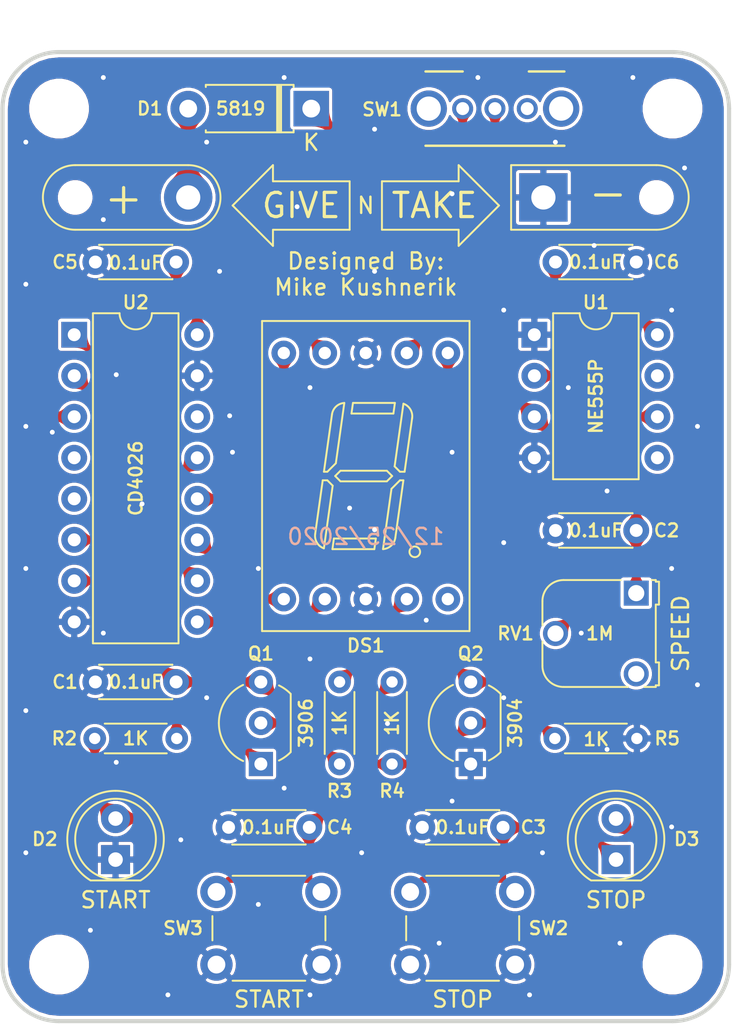
<source format=kicad_pcb>
(kicad_pcb (version 20171130) (host pcbnew "(5.1.8)-1")
  (layers (0 F.Cu signal) (31 B.Cu signal) (34 B.Paste user) (35 F.Paste user) (36 B.SilkS user) (37 F.SilkS user) (38 B.Mask user) (39 F.Mask user) (44 Edge.Cuts user))
  (net 0 "")
  (net 1 "Net-(C1-Pad2)")
  (net 2 GND)
  (net 3 "Net-(C2-Pad2)")
  (net 4 +9V)
  (net 5 "Net-(D1-Pad1)")
  (net 6 "Net-(DS1-Pad10)")
  (net 7 "Net-(DS1-Pad9)")
  (net 8 "Net-(DS1-Pad7)")
  (net 9 "Net-(DS1-Pad6)")
  (net 10 "Net-(DS1-Pad5)")
  (net 11 "Net-(DS1-Pad4)")
  (net 12 "Net-(DS1-Pad2)")
  (net 13 "Net-(DS1-Pad1)")
  (net 14 "Net-(U1-Pad7)")
  (net 15 "Net-(U1-Pad5)")
  (net 16 "Net-(U2-Pad14)")
  (net 17 "Net-(U2-Pad5)")
  (net 18 "Net-(U2-Pad4)")
  (net 19 "Net-(C3-Pad2)")
  (net 20 "Net-(C4-Pad2)")
  (net 21 "Net-(D2-Pad2)")
  (net 22 "Net-(Q1-Pad2)")
  (net 23 "Net-(RV1-Pad2)")
  (net 24 "Net-(RV1-Pad3)")
  (net 25 "Net-(D1-Pad2)")
  (module "Reaction Time Game:WIRE_SR_R" (layer F.Cu) (at 111 79 180)
    (fp_text reference TP2)
    (fp_text value BAT-)
    (pad "" np_thru_hole circle (at -7 0 180) (size 1.75 1.75) (drill 1.75) (layers *.Cu *.Mask))
    (pad 1 thru_hole rect (at 0 0 180) (size 3 3) (drill 1.5) (layers *.Cu *.Mask) (net 2 GND))
  )
  (module "Reaction Time Game:WIRE_SR_C" (layer F.Cu) (at 89 79)
    (fp_text reference TP1)
    (fp_text value BAT+)
    (pad "" np_thru_hole circle (at -7 0) (size 1.75 1.75) (drill 1.75) (layers *.Cu *.Mask))
    (pad 1 thru_hole circle (at 0 0) (size 3 3) (drill 1.5) (layers *.Cu *.Mask) (net 25 "Net-(D1-Pad2)"))
  )
  (module "Reaction Time Game:OS102011MA1QN1_RA" (layer F.Cu) (at 110 73.5 180)
    (fp_text reference SW1 (at 8.9916 -0.0508) (layer F.SilkS) (effects (font (size 0.8 0.8))))
    (fp_text value POWER)
    (pad 2 thru_hole circle (at 2 0 180) (size 1.3 1.3) (drill 0.8) (layers *.Cu *.Mask) (net 4 +9V))
    (pad "" thru_hole circle (at 6.1 0 180) (size 2.25 2.25) (drill 1.5) (layers *.Cu *.Mask))
    (pad "" thru_hole circle (at -2.1 0 180) (size 2.25 2.25) (drill 1.5) (layers *.Cu *.Mask))
    (pad 3 thru_hole circle (at 0 0 180) (size 1.3 1.3) (drill 0.8) (layers *.Cu *.Mask))
    (pad 1 thru_hole circle (at 4 0 180) (size 1.3 1.3) (drill 0.8) (layers *.Cu *.Mask) (net 5 "Net-(D1-Pad1)"))
  )
  (module "Reaction Time Game:SC56-11SRWA" (layer F.Cu) (at 100 96.25)
    (fp_text reference DS1 (at 0 10.5) (layer F.SilkS) (effects (font (size 0.8 0.8))))
    (fp_text value " SC56-11SRWA")
    (pad 10 thru_hole circle (at -5.08 -7.62) (size 1.524 1.524) (drill 0.762) (layers *.Cu *.Mask) (net 6 "Net-(DS1-Pad10)"))
    (pad 9 thru_hole circle (at -2.54 -7.62) (size 1.524 1.524) (drill 0.762) (layers *.Cu *.Mask) (net 7 "Net-(DS1-Pad9)"))
    (pad 8 thru_hole circle (at 0 -7.62) (size 1.524 1.524) (drill 0.762) (layers *.Cu *.Mask) (net 2 GND))
    (pad 7 thru_hole circle (at 2.54 -7.62) (size 1.524 1.524) (drill 0.762) (layers *.Cu *.Mask) (net 8 "Net-(DS1-Pad7)"))
    (pad 6 thru_hole circle (at 5.08 -7.62) (size 1.524 1.524) (drill 0.762) (layers *.Cu *.Mask) (net 9 "Net-(DS1-Pad6)"))
    (pad 5 thru_hole circle (at 5.08 7.62) (size 1.524 1.524) (drill 0.762) (layers *.Cu *.Mask) (net 10 "Net-(DS1-Pad5)"))
    (pad 4 thru_hole circle (at 2.54 7.62) (size 1.524 1.524) (drill 0.762) (layers *.Cu *.Mask) (net 11 "Net-(DS1-Pad4)"))
    (pad 3 thru_hole circle (at 0 7.62) (size 1.524 1.524) (drill 0.762) (layers *.Cu *.Mask) (net 2 GND))
    (pad 2 thru_hole circle (at -2.54 7.62) (size 1.524 1.524) (drill 0.762) (layers *.Cu *.Mask) (net 12 "Net-(DS1-Pad2)"))
    (pad 1 thru_hole circle (at -5.08 7.62) (size 1.524 1.524) (drill 0.762) (layers *.Cu *.Mask) (net 13 "Net-(DS1-Pad1)"))
  )
  (module Package_TO_SOT_THT:TO-92_Inline_Wide (layer F.Cu) (at 106.5 114.08 90)
    (fp_text reference Q2 (at 6.83 0 180) (layer F.SilkS) (effects (font (size 0.8 0.8))))
    (fp_text value 2N3904)
    (pad 1 thru_hole rect (at 0 0 90) (size 1.5 1.5) (drill 0.8) (layers *.Cu *.Mask) (net 2 GND))
    (pad 3 thru_hole circle (at 5.08 0 90) (size 1.5 1.5) (drill 0.8) (layers *.Cu *.Mask) (net 19 "Net-(C3-Pad2)"))
    (pad 2 thru_hole circle (at 2.54 0 90) (size 1.5 1.5) (drill 0.8) (layers *.Cu *.Mask) (net 20 "Net-(C4-Pad2)"))
  )
  (module Package_TO_SOT_THT:TO-92_Inline_Wide (layer F.Cu) (at 93.5 114.08 90)
    (fp_text reference Q1 (at 6.83 0 180) (layer F.SilkS) (effects (font (size 0.8 0.8))))
    (fp_text value 2N3906)
    (pad 1 thru_hole rect (at 0 0 90) (size 1.5 1.5) (drill 0.8) (layers *.Cu *.Mask) (net 4 +9V))
    (pad 3 thru_hole circle (at 5.08 0 90) (size 1.5 1.5) (drill 0.8) (layers *.Cu *.Mask) (net 1 "Net-(C1-Pad2)"))
    (pad 2 thru_hole circle (at 2.54 0 90) (size 1.5 1.5) (drill 0.8) (layers *.Cu *.Mask) (net 22 "Net-(Q1-Pad2)"))
  )
  (module MountingHole:MountingHole_3.2mm_M3 (layer F.Cu) (at 119 126.5)
    (fp_text reference H4)
    (fp_text value MT)
    (pad "" np_thru_hole circle (at 0 0) (size 3.2 3.2) (drill 3.2) (layers *.Cu *.Mask) (clearance 0.254))
  )
  (module MountingHole:MountingHole_3.2mm_M3 (layer F.Cu) (at 81 73.5)
    (fp_text reference H3)
    (fp_text value MT)
    (pad "" np_thru_hole circle (at 0 0) (size 3.2 3.2) (drill 3.2) (layers *.Cu *.Mask) (clearance 0.254))
  )
  (module MountingHole:MountingHole_3.2mm_M3 (layer F.Cu) (at 81 126.5)
    (fp_text reference H2)
    (fp_text value MT)
    (pad "" np_thru_hole circle (at 0 0) (size 3.2 3.2) (drill 3.2) (layers *.Cu *.Mask) (clearance 0.254))
  )
  (module MountingHole:MountingHole_3.2mm_M3 (layer F.Cu) (at 119 73.5)
    (fp_text reference H1)
    (fp_text value MT)
    (pad "" np_thru_hole circle (at 0 0) (size 3.2 3.2) (drill 3.2) (layers *.Cu *.Mask) (clearance 0.254))
  )
  (module Potentiometer_THT:Potentiometer_Runtron_RM-065_Vertical (layer F.Cu) (at 116.75 103.5 270)
    (fp_text reference RV1 (at 2.5 6.25 180) (layer F.SilkS) (effects (font (size 0.8 0.8)) (justify right)))
    (fp_text value 1M (at 2.5 2.25 180) (layer F.SilkS) (effects (font (size 0.8 0.8))))
    (pad 2 thru_hole circle (at 2.5 5 270) (size 1.55 1.55) (drill 1) (layers *.Cu *.Mask) (net 23 "Net-(RV1-Pad2)"))
    (pad 1 thru_hole rect (at 0 0 270) (size 1.55 1.55) (drill 1) (layers *.Cu *.Mask) (net 3 "Net-(C2-Pad2)"))
    (pad 3 thru_hole circle (at 5 0 270) (size 1.55 1.55) (drill 1) (layers *.Cu *.Mask) (net 24 "Net-(RV1-Pad3)"))
  )
  (module Button_Switch_THT:SW_PUSH_6mm (layer F.Cu) (at 102.75 122)
    (fp_text reference SW2 (at 7.25 2.25) (layer F.SilkS) (effects (font (size 0.8 0.8)) (justify left)))
    (fp_text value STOP (at 3.25 6.65) (layer F.SilkS))
    (pad 1 thru_hole circle (at 6.5 0 90) (size 2 2) (drill 1.1) (layers *.Cu *.Mask) (net 19 "Net-(C3-Pad2)"))
    (pad 2 thru_hole circle (at 6.5 4.5 90) (size 2 2) (drill 1.1) (layers *.Cu *.Mask) (net 2 GND))
    (pad 1 thru_hole circle (at 0 0 90) (size 2 2) (drill 1.1) (layers *.Cu *.Mask) (net 19 "Net-(C3-Pad2)"))
    (pad 2 thru_hole circle (at 0 4.5 90) (size 2 2) (drill 1.1) (layers *.Cu *.Mask) (net 2 GND))
  )
  (module Resistor_THT:R_Axial_DIN0204_L3.6mm_D1.6mm_P5.08mm_Horizontal (layer F.Cu) (at 111.71 112.5)
    (fp_text reference R5 (at 6.08 0) (layer F.SilkS) (effects (font (size 0.8 0.8)) (justify left)))
    (fp_text value 1K (at 2.5654 0.0508) (layer F.SilkS) (effects (font (size 0.8 0.8))))
    (pad 2 thru_hole oval (at 5.08 0) (size 1.4 1.4) (drill 0.7) (layers *.Cu *.Mask) (net 2 GND))
    (pad 1 thru_hole circle (at 0 0) (size 1.4 1.4) (drill 0.7) (layers *.Cu *.Mask) (net 20 "Net-(C4-Pad2)"))
  )
  (module Resistor_THT:R_Axial_DIN0204_L3.6mm_D1.6mm_P5.08mm_Horizontal (layer F.Cu) (at 101.625 109 270)
    (fp_text reference R4 (at 6.75 0 180) (layer F.SilkS) (effects (font (size 0.8 0.8))))
    (fp_text value 1K (at 2.54 0 90) (layer F.SilkS) (effects (font (size 0.8 0.8))))
    (pad 2 thru_hole oval (at 5.08 0 270) (size 1.4 1.4) (drill 0.7) (layers *.Cu *.Mask) (net 20 "Net-(C4-Pad2)"))
    (pad 1 thru_hole circle (at 0 0 270) (size 1.4 1.4) (drill 0.7) (layers *.Cu *.Mask) (net 1 "Net-(C1-Pad2)"))
  )
  (module Resistor_THT:R_Axial_DIN0204_L3.6mm_D1.6mm_P5.08mm_Horizontal (layer F.Cu) (at 98.375 114.08 90)
    (fp_text reference R3 (at -1.67 0 180) (layer F.SilkS) (effects (font (size 0.8 0.8))))
    (fp_text value 1K (at 2.54 0 90) (layer F.SilkS) (effects (font (size 0.8 0.8))))
    (pad 2 thru_hole oval (at 5.08 0 90) (size 1.4 1.4) (drill 0.7) (layers *.Cu *.Mask) (net 19 "Net-(C3-Pad2)"))
    (pad 1 thru_hole circle (at 0 0 90) (size 1.4 1.4) (drill 0.7) (layers *.Cu *.Mask) (net 22 "Net-(Q1-Pad2)"))
  )
  (module Resistor_THT:R_Axial_DIN0204_L3.6mm_D1.6mm_P5.08mm_Horizontal (layer F.Cu) (at 88.29 112.5 180)
    (fp_text reference R2 (at 6.08 0) (layer F.SilkS) (effects (font (size 0.8 0.8)) (justify right)))
    (fp_text value 1K (at 2.54 0) (layer F.SilkS) (effects (font (size 0.8 0.8))))
    (pad 2 thru_hole oval (at 5.08 0 180) (size 1.4 1.4) (drill 0.7) (layers *.Cu *.Mask) (net 21 "Net-(D2-Pad2)"))
    (pad 1 thru_hole circle (at 0 0 180) (size 1.4 1.4) (drill 0.7) (layers *.Cu *.Mask) (net 4 +9V))
  )
  (module LED_THT:LED_D5.0mm (layer F.Cu) (at 115.5 120 90)
    (fp_text reference D3 (at 1.27 3.5 180) (layer F.SilkS) (effects (font (size 0.8 0.8)) (justify left)))
    (fp_text value STOP (at -2.5 0 180) (layer F.SilkS))
    (pad 2 thru_hole circle (at 2.54 0 90) (size 1.8 1.8) (drill 0.9) (layers *.Cu *.Mask) (net 21 "Net-(D2-Pad2)"))
    (pad 1 thru_hole rect (at 0 0 90) (size 1.8 1.8) (drill 0.9) (layers *.Cu *.Mask) (net 19 "Net-(C3-Pad2)"))
  )
  (module LED_THT:LED_D5.0mm (layer F.Cu) (at 84.5 120 90)
    (fp_text reference D2 (at 1.27 -3.5 180) (layer F.SilkS) (effects (font (size 0.8 0.8)) (justify right)))
    (fp_text value START (at -2.5 0 180) (layer F.SilkS))
    (pad 2 thru_hole circle (at 2.54 0 90) (size 1.8 1.8) (drill 0.9) (layers *.Cu *.Mask) (net 21 "Net-(D2-Pad2)"))
    (pad 1 thru_hole rect (at 0 0 90) (size 1.8 1.8) (drill 0.9) (layers *.Cu *.Mask) (net 2 GND))
  )
  (module Capacitor_THT:C_Disc_D4.3mm_W1.9mm_P5.00mm (layer F.Cu) (at 91.5 118)
    (fp_text reference C4 (at 6 0) (layer F.SilkS) (effects (font (size 0.8 0.8)) (justify left)))
    (fp_text value 0.1uF (at 2.5 0) (layer F.SilkS) (effects (font (size 0.8 0.8))))
    (pad 2 thru_hole circle (at 5 0) (size 1.6 1.6) (drill 0.8) (layers *.Cu *.Mask) (net 20 "Net-(C4-Pad2)"))
    (pad 1 thru_hole circle (at 0 0) (size 1.6 1.6) (drill 0.8) (layers *.Cu *.Mask) (net 2 GND))
  )
  (module Capacitor_THT:C_Disc_D4.3mm_W1.9mm_P5.00mm (layer F.Cu) (at 103.5 118)
    (fp_text reference C3 (at 6 0) (layer F.SilkS) (effects (font (size 0.8 0.8)) (justify left)))
    (fp_text value 0.1uF (at 2.5 0) (layer F.SilkS) (effects (font (size 0.8 0.8))))
    (pad 2 thru_hole circle (at 5 0) (size 1.6 1.6) (drill 0.8) (layers *.Cu *.Mask) (net 19 "Net-(C3-Pad2)"))
    (pad 1 thru_hole circle (at 0 0) (size 1.6 1.6) (drill 0.8) (layers *.Cu *.Mask) (net 2 GND))
  )
  (module Capacitor_THT:C_Disc_D4.3mm_W1.9mm_P5.00mm (layer F.Cu) (at 83.25 109)
    (fp_text reference C1 (at -1 0) (layer F.SilkS) (effects (font (size 0.8 0.8)) (justify right)))
    (fp_text value 0.1uF (at 2.5 0) (layer F.SilkS) (effects (font (size 0.8 0.8))))
    (pad 2 thru_hole circle (at 5 0) (size 1.6 1.6) (drill 0.8) (layers *.Cu *.Mask) (net 1 "Net-(C1-Pad2)"))
    (pad 1 thru_hole circle (at 0 0) (size 1.6 1.6) (drill 0.8) (layers *.Cu *.Mask) (net 2 GND))
  )
  (module Package_DIP:DIP-16_W7.62mm (layer F.Cu) (at 81.94 87.5)
    (fp_text reference U2 (at 3.81 -2) (layer F.SilkS) (effects (font (size 0.8 0.8))))
    (fp_text value CD4026 (at 3.81 8.89 90) (layer F.SilkS) (effects (font (size 0.8 0.8))))
    (pad 1 thru_hole rect (at 0 0) (size 1.6 1.6) (drill 0.8) (layers *.Cu *.Mask) (net 23 "Net-(RV1-Pad2)"))
    (pad 9 thru_hole oval (at 7.62 17.78) (size 1.6 1.6) (drill 0.8) (layers *.Cu *.Mask) (net 12 "Net-(DS1-Pad2)"))
    (pad 2 thru_hole oval (at 0 2.54) (size 1.6 1.6) (drill 0.8) (layers *.Cu *.Mask) (net 1 "Net-(C1-Pad2)"))
    (pad 10 thru_hole oval (at 7.62 15.24) (size 1.6 1.6) (drill 0.8) (layers *.Cu *.Mask) (net 8 "Net-(DS1-Pad7)"))
    (pad 3 thru_hole oval (at 0 5.08) (size 1.6 1.6) (drill 0.8) (layers *.Cu *.Mask) (net 4 +9V))
    (pad 11 thru_hole oval (at 7.62 12.7) (size 1.6 1.6) (drill 0.8) (layers *.Cu *.Mask) (net 13 "Net-(DS1-Pad1)"))
    (pad 4 thru_hole oval (at 0 7.62) (size 1.6 1.6) (drill 0.8) (layers *.Cu *.Mask) (net 18 "Net-(U2-Pad4)"))
    (pad 12 thru_hole oval (at 7.62 10.16) (size 1.6 1.6) (drill 0.8) (layers *.Cu *.Mask) (net 9 "Net-(DS1-Pad6)"))
    (pad 5 thru_hole oval (at 0 10.16) (size 1.6 1.6) (drill 0.8) (layers *.Cu *.Mask) (net 17 "Net-(U2-Pad5)"))
    (pad 13 thru_hole oval (at 7.62 7.62) (size 1.6 1.6) (drill 0.8) (layers *.Cu *.Mask) (net 11 "Net-(DS1-Pad4)"))
    (pad 6 thru_hole oval (at 0 12.7) (size 1.6 1.6) (drill 0.8) (layers *.Cu *.Mask) (net 7 "Net-(DS1-Pad9)"))
    (pad 14 thru_hole oval (at 7.62 5.08) (size 1.6 1.6) (drill 0.8) (layers *.Cu *.Mask) (net 16 "Net-(U2-Pad14)"))
    (pad 7 thru_hole oval (at 0 15.24) (size 1.6 1.6) (drill 0.8) (layers *.Cu *.Mask) (net 6 "Net-(DS1-Pad10)"))
    (pad 15 thru_hole oval (at 7.62 2.54) (size 1.6 1.6) (drill 0.8) (layers *.Cu *.Mask) (net 2 GND))
    (pad 8 thru_hole oval (at 0 17.78) (size 1.6 1.6) (drill 0.8) (layers *.Cu *.Mask) (net 2 GND))
    (pad 16 thru_hole oval (at 7.62 0) (size 1.6 1.6) (drill 0.8) (layers *.Cu *.Mask) (net 4 +9V))
  )
  (module Package_DIP:DIP-8_W7.62mm (layer F.Cu) (at 110.44 87.5)
    (fp_text reference U1 (at 3.81 -2) (layer F.SilkS) (effects (font (size 0.8 0.8))))
    (fp_text value NE555P (at 3.81 3.81 90) (layer F.SilkS) (effects (font (size 0.8 0.8))))
    (pad 1 thru_hole rect (at 0 0) (size 1.6 1.6) (drill 0.8) (layers *.Cu *.Mask) (net 2 GND))
    (pad 5 thru_hole oval (at 7.62 7.62) (size 1.6 1.6) (drill 0.8) (layers *.Cu *.Mask) (net 15 "Net-(U1-Pad5)"))
    (pad 2 thru_hole oval (at 0 2.54) (size 1.6 1.6) (drill 0.8) (layers *.Cu *.Mask) (net 3 "Net-(C2-Pad2)"))
    (pad 6 thru_hole oval (at 7.62 5.08) (size 1.6 1.6) (drill 0.8) (layers *.Cu *.Mask) (net 3 "Net-(C2-Pad2)"))
    (pad 3 thru_hole oval (at 0 5.08) (size 1.6 1.6) (drill 0.8) (layers *.Cu *.Mask) (net 23 "Net-(RV1-Pad2)"))
    (pad 7 thru_hole oval (at 7.62 2.54) (size 1.6 1.6) (drill 0.8) (layers *.Cu *.Mask) (net 14 "Net-(U1-Pad7)"))
    (pad 4 thru_hole oval (at 0 7.62) (size 1.6 1.6) (drill 0.8) (layers *.Cu *.Mask) (net 2 GND))
    (pad 8 thru_hole oval (at 7.62 0) (size 1.6 1.6) (drill 0.8) (layers *.Cu *.Mask) (net 4 +9V))
  )
  (module Button_Switch_THT:SW_PUSH_6mm (layer F.Cu) (at 90.75 122)
    (fp_text reference SW3 (at -0.75 2.25) (layer F.SilkS) (effects (font (size 0.8 0.8)) (justify right)))
    (fp_text value START (at 3.25 6.65) (layer F.SilkS))
    (pad 2 thru_hole circle (at 0 4.5 90) (size 2 2) (drill 1.1) (layers *.Cu *.Mask) (net 2 GND))
    (pad 1 thru_hole circle (at 0 0 90) (size 2 2) (drill 1.1) (layers *.Cu *.Mask) (net 20 "Net-(C4-Pad2)"))
    (pad 2 thru_hole circle (at 6.5 4.5 90) (size 2 2) (drill 1.1) (layers *.Cu *.Mask) (net 2 GND))
    (pad 1 thru_hole circle (at 6.5 0 90) (size 2 2) (drill 1.1) (layers *.Cu *.Mask) (net 20 "Net-(C4-Pad2)"))
  )
  (module Diode_THT:D_DO-41_SOD81_P7.62mm_Horizontal (layer F.Cu) (at 96.62 73.5 180)
    (fp_text reference D1 (at 9.12 0) (layer F.SilkS) (effects (font (size 0.8 0.8)) (justify right)))
    (fp_text value 5819 (at 4.37 0) (layer F.SilkS) (effects (font (size 0.8 0.8))))
    (fp_text user K (at 0 -2.1) (layer F.SilkS))
    (pad 2 thru_hole oval (at 7.62 0 180) (size 2.2 2.2) (drill 1.1) (layers *.Cu *.Mask) (net 25 "Net-(D1-Pad2)"))
    (pad 1 thru_hole rect (at 0 0 180) (size 2.2 2.2) (drill 1.1) (layers *.Cu *.Mask) (net 5 "Net-(D1-Pad1)"))
  )
  (module Capacitor_THT:C_Disc_D4.3mm_W1.9mm_P5.00mm (layer F.Cu) (at 116.75 83 180)
    (fp_text reference C6 (at -1 0) (layer F.SilkS) (effects (font (size 0.8 0.8)) (justify left)))
    (fp_text value 0.1uF (at 2.5 0) (layer F.SilkS) (effects (font (size 0.8 0.8))))
    (pad 2 thru_hole circle (at 5 0 180) (size 1.6 1.6) (drill 0.8) (layers *.Cu *.Mask) (net 4 +9V))
    (pad 1 thru_hole circle (at 0 0 180) (size 1.6 1.6) (drill 0.8) (layers *.Cu *.Mask) (net 2 GND))
  )
  (module Capacitor_THT:C_Disc_D4.3mm_W1.9mm_P5.00mm (layer F.Cu) (at 83.25 83)
    (fp_text reference C5 (at -1 0) (layer F.SilkS) (effects (font (size 0.8 0.8)) (justify right)))
    (fp_text value 0.1uF (at 2.5 0.0508) (layer F.SilkS) (effects (font (size 0.8 0.8))))
    (pad 2 thru_hole circle (at 5 0) (size 1.6 1.6) (drill 0.8) (layers *.Cu *.Mask) (net 4 +9V))
    (pad 1 thru_hole circle (at 0 0) (size 1.6 1.6) (drill 0.8) (layers *.Cu *.Mask) (net 2 GND))
  )
  (module Capacitor_THT:C_Disc_D4.3mm_W1.9mm_P5.00mm (layer F.Cu) (at 111.75 99.62)
    (fp_text reference C2 (at 6 0) (layer F.SilkS) (effects (font (size 0.8 0.8)) (justify left)))
    (fp_text value 0.1uF (at 2.5 0) (layer F.SilkS) (effects (font (size 0.8 0.8))))
    (pad 2 thru_hole circle (at 5 0) (size 1.6 1.6) (drill 0.8) (layers *.Cu *.Mask) (net 3 "Net-(C2-Pad2)"))
    (pad 1 thru_hole circle (at 0 0) (size 1.6 1.6) (drill 0.8) (layers *.Cu *.Mask) (net 2 GND))
  )
  (gr_text 12/25/2020 (at 100 100) (layer B.SilkS) (effects (font (size 1 1)) (justify mirror)))
  (gr_text SPEED (at 119.5 106 90) (layer F.SilkS) (effects (font (size 1 1))))
  (gr_text - (at 115 79 180) (layer F.SilkS) (effects (font (size 2 2) (thickness 0.2))))
  (gr_text + (at 85 79) (layer F.SilkS) (effects (font (size 2 2) (thickness 0.2))))
  (gr_text 3906 (at 96.2914 111.54 90) (layer F.SilkS) (effects (font (size 0.8 0.8))))
  (gr_text 3904 (at 109.25 111.54 90) (layer F.SilkS) (effects (font (size 0.8 0.8))))
  (gr_text "Designed By:\nMike Kushnerik" (at 100 83.75) (layer F.SilkS) (effects (font (size 1 1))))
  (gr_line (start 105.75 78) (end 101 78) (layer F.SilkS) (width 0.12))
  (gr_line (start 105.75 81) (end 101 81) (layer F.SilkS) (width 0.12))
  (gr_line (start 105.75 81) (end 105.75 82) (layer F.SilkS) (width 0.12))
  (gr_line (start 105.75 78) (end 105.75 77) (layer F.SilkS) (width 0.12))
  (gr_line (start 105.75 77) (end 108.25 79.5) (layer F.SilkS) (width 0.12))
  (gr_line (start 105.75 82) (end 108.25 79.5) (layer F.SilkS) (width 0.12))
  (gr_line (start 101 81) (end 101 78) (layer F.SilkS) (width 0.12))
  (gr_line (start 122.5 73.5) (end 122.5 126.5) (layer Edge.Cuts) (width 0.254))
  (gr_line (start 77.5 126.5) (end 77.5 73.5) (layer Edge.Cuts) (width 0.254))
  (gr_line (start 81 130) (end 119 130) (layer Edge.Cuts) (width 0.254))
  (gr_line (start 81 70) (end 119 70) (layer Edge.Cuts) (width 0.254))
  (gr_line (start 99 78) (end 99 81) (layer F.SilkS) (width 0.12))
  (gr_line (start 94.25 77) (end 91.75 79.5) (layer F.SilkS) (width 0.12))
  (gr_line (start 94.25 82) (end 91.75 79.5) (layer F.SilkS) (width 0.12))
  (gr_line (start 94.25 81) (end 94.25 82) (layer F.SilkS) (width 0.12))
  (gr_line (start 94.25 78) (end 94.25 77) (layer F.SilkS) (width 0.12))
  (gr_line (start 94.25 81) (end 99 81) (layer F.SilkS) (width 0.12))
  (gr_line (start 94.25 78) (end 99 78) (layer F.SilkS) (width 0.12))
  (gr_text TAKE (at 104.25 79.5) (layer F.SilkS) (effects (font (size 1.5 1.5) (thickness 0.2))))
  (gr_text N (at 100 79.5) (layer F.SilkS) (effects (font (size 1 1))))
  (gr_text GIVE (at 96 79.5) (layer F.SilkS) (effects (font (size 1.5 1.5) (thickness 0.2))))
  (gr_arc (start 119 126.5) (end 119 130) (angle -90) (layer Edge.Cuts) (width 0.254))
  (gr_arc (start 81 126.5) (end 77.5 126.5) (angle -90) (layer Edge.Cuts) (width 0.254))
  (gr_arc (start 119 73.5) (end 122.5 73.5) (angle -90) (layer Edge.Cuts) (width 0.254))
  (gr_arc (start 81 73.5) (end 81 70) (angle -90) (layer Edge.Cuts) (width 0.254))
  (segment (start 80.40051 106.11801) (end 81.5975 107.315) (width 0.381) (layer F.Cu) (net 1))
  (segment (start 80.40051 94.897548) (end 80.40051 106.11801) (width 0.381) (layer F.Cu) (net 1))
  (segment (start 83.185 93.096942) (end 82.428942 93.853) (width 0.381) (layer F.Cu) (net 1))
  (segment (start 83.185 91.285) (end 83.185 93.096942) (width 0.381) (layer F.Cu) (net 1))
  (segment (start 81.94 90.04) (end 83.185 91.285) (width 0.381) (layer F.Cu) (net 1))
  (segment (start 86.565 107.315) (end 88.25 109) (width 0.381) (layer F.Cu) (net 1))
  (segment (start 81.5975 107.315) (end 86.565 107.315) (width 0.381) (layer F.Cu) (net 1))
  (segment (start 88.25 109) (end 93.5 109) (width 0.381) (layer F.Cu) (net 1))
  (segment (start 100.262 110.363) (end 101.625 109) (width 0.381) (layer F.Cu) (net 1))
  (segment (start 94.863 110.363) (end 100.262 110.363) (width 0.381) (layer F.Cu) (net 1))
  (segment (start 93.5 109) (end 94.863 110.363) (width 0.381) (layer F.Cu) (net 1))
  (segment (start 82.428942 93.853) (end 81.445058 93.853) (width 0.381) (layer F.Cu) (net 1))
  (segment (start 81.445058 93.853) (end 80.40051 94.897548) (width 0.381) (layer F.Cu) (net 1))
  (via (at 80.5815 93.5355) (size 0.6) (drill 0.3) (layers F.Cu B.Cu) (net 2))
  (via (at 98.9965 98.2345) (size 0.6) (drill 0.3) (layers F.Cu B.Cu) (net 2))
  (via (at 91.567 92.5195) (size 0.6) (drill 0.3) (layers F.Cu B.Cu) (net 2))
  (via (at 78.943 75.574999) (size 0.6) (drill 0.3) (layers F.Cu B.Cu) (net 2))
  (via (at 78.943 84.374999) (size 0.6) (drill 0.3) (layers F.Cu B.Cu) (net 2))
  (via (at 78.943 93.174999) (size 0.6) (drill 0.3) (layers F.Cu B.Cu) (net 2))
  (via (at 78.943 101.974999) (size 0.6) (drill 0.3) (layers F.Cu B.Cu) (net 2))
  (via (at 78.943 110.774999) (size 0.6) (drill 0.3) (layers F.Cu B.Cu) (net 2))
  (via (at 78.943 119.574999) (size 0.6) (drill 0.3) (layers F.Cu B.Cu) (net 2))
  (via (at 82.943 124.374999) (size 0.6) (drill 0.3) (layers F.Cu B.Cu) (net 2))
  (via (at 83.743 71.574999) (size 0.6) (drill 0.3) (layers F.Cu B.Cu) (net 2))
  (via (at 83.743 80.374999) (size 0.6) (drill 0.3) (layers F.Cu B.Cu) (net 2))
  (via (at 83.743 105.974999) (size 0.6) (drill 0.3) (layers F.Cu B.Cu) (net 2))
  (via (at 84.543 89.974999) (size 0.6) (drill 0.3) (layers F.Cu B.Cu) (net 2))
  (via (at 84.543 113.974999) (size 0.6) (drill 0.3) (layers F.Cu B.Cu) (net 2))
  (via (at 86.143 97.974999) (size 0.6) (drill 0.3) (layers F.Cu B.Cu) (net 2))
  (via (at 87.743 128.374999) (size 0.6) (drill 0.3) (layers F.Cu B.Cu) (net 2))
  (via (at 88.543 118.774999) (size 0.6) (drill 0.3) (layers F.Cu B.Cu) (net 2))
  (via (at 90.143 75.574999) (size 0.6) (drill 0.3) (layers F.Cu B.Cu) (net 2))
  (via (at 90.143 109.974999) (size 0.6) (drill 0.3) (layers F.Cu B.Cu) (net 2))
  (via (at 90.943 83.574999) (size 0.6) (drill 0.3) (layers F.Cu B.Cu) (net 2))
  (via (at 91.743 94.774999) (size 0.6) (drill 0.3) (layers F.Cu B.Cu) (net 2))
  (via (at 93.343 101.974999) (size 0.6) (drill 0.3) (layers F.Cu B.Cu) (net 2))
  (via (at 93.343 122.774999) (size 0.6) (drill 0.3) (layers F.Cu B.Cu) (net 2))
  (via (at 94.943 71.574999) (size 0.6) (drill 0.3) (layers F.Cu B.Cu) (net 2))
  (via (at 94.943 115.574999) (size 0.6) (drill 0.3) (layers F.Cu B.Cu) (net 2))
  (via (at 95.743 79.574999) (size 0.6) (drill 0.3) (layers F.Cu B.Cu) (net 2))
  (via (at 96.543 90.774999) (size 0.6) (drill 0.3) (layers F.Cu B.Cu) (net 2))
  (via (at 96.543 107.574999) (size 0.6) (drill 0.3) (layers F.Cu B.Cu) (net 2))
  (via (at 96.543 128.374999) (size 0.6) (drill 0.3) (layers F.Cu B.Cu) (net 2))
  (via (at 99.743 119.574999) (size 0.6) (drill 0.3) (layers F.Cu B.Cu) (net 2))
  (via (at 100.543 74.774999) (size 0.6) (drill 0.3) (layers F.Cu B.Cu) (net 2))
  (via (at 100.543 83.574999) (size 0.6) (drill 0.3) (layers F.Cu B.Cu) (net 2))
  (via (at 100.543 99.574999) (size 0.6) (drill 0.3) (layers F.Cu B.Cu) (net 2))
  (via (at 101.343 111.574999) (size 0.6) (drill 0.3) (layers F.Cu B.Cu) (net 2))
  (via (at 103.743 105.174999) (size 0.6) (drill 0.3) (layers F.Cu B.Cu) (net 2))
  (via (at 104.543 125.174999) (size 0.6) (drill 0.3) (layers F.Cu B.Cu) (net 2))
  (via (at 105.343 78.774999) (size 0.6) (drill 0.3) (layers F.Cu B.Cu) (net 2))
  (via (at 105.343 94.774999) (size 0.6) (drill 0.3) (layers F.Cu B.Cu) (net 2))
  (via (at 105.343 116.374999) (size 0.6) (drill 0.3) (layers F.Cu B.Cu) (net 2))
  (via (at 106.943 71.574999) (size 0.6) (drill 0.3) (layers F.Cu B.Cu) (net 2))
  (via (at 108.543 85.974999) (size 0.6) (drill 0.3) (layers F.Cu B.Cu) (net 2))
  (via (at 108.543 100.374999) (size 0.6) (drill 0.3) (layers F.Cu B.Cu) (net 2))
  (via (at 108.543 109.974999) (size 0.6) (drill 0.3) (layers F.Cu B.Cu) (net 2))
  (via (at 110.143 128.374999) (size 0.6) (drill 0.3) (layers F.Cu B.Cu) (net 2))
  (via (at 110.943 119.574999) (size 0.6) (drill 0.3) (layers F.Cu B.Cu) (net 2))
  (via (at 111.743 75.574999) (size 0.6) (drill 0.3) (layers F.Cu B.Cu) (net 2))
  (via (at 112.543 90.774999) (size 0.6) (drill 0.3) (layers F.Cu B.Cu) (net 2))
  (via (at 113.343 105.974999) (size 0.6) (drill 0.3) (layers F.Cu B.Cu) (net 2))
  (via (at 114.143 81.974999) (size 0.6) (drill 0.3) (layers F.Cu B.Cu) (net 2))
  (via (at 114.943 97.174999) (size 0.6) (drill 0.3) (layers F.Cu B.Cu) (net 2))
  (via (at 114.943 113.174999) (size 0.6) (drill 0.3) (layers F.Cu B.Cu) (net 2))
  (via (at 115.743 125.174999) (size 0.6) (drill 0.3) (layers F.Cu B.Cu) (net 2))
  (via (at 116.543 71.574999) (size 0.6) (drill 0.3) (layers F.Cu B.Cu) (net 2))
  (via (at 118.943 85.974999) (size 0.6) (drill 0.3) (layers F.Cu B.Cu) (net 2))
  (via (at 118.943 101.974999) (size 0.6) (drill 0.3) (layers F.Cu B.Cu) (net 2))
  (via (at 118.943 117.974999) (size 0.6) (drill 0.3) (layers F.Cu B.Cu) (net 2))
  (via (at 119.743 77.174999) (size 0.6) (drill 0.3) (layers F.Cu B.Cu) (net 2))
  (via (at 120.543 93.174999) (size 0.6) (drill 0.3) (layers F.Cu B.Cu) (net 2))
  (via (at 120.543 109.174999) (size 0.6) (drill 0.3) (layers F.Cu B.Cu) (net 2))
  (segment (start 116.75 103.5) (end 116.75 99.62) (width 0.381) (layer F.Cu) (net 3))
  (segment (start 116.75 92.58) (end 118.06 92.58) (width 0.381) (layer F.Cu) (net 3))
  (segment (start 116.75 99.62) (end 116.75 92.58) (width 0.381) (layer F.Cu) (net 3))
  (segment (start 114.21 90.04) (end 116.75 92.58) (width 0.381) (layer F.Cu) (net 3))
  (segment (start 110.44 90.04) (end 114.21 90.04) (width 0.381) (layer F.Cu) (net 3))
  (segment (start 90.2275 110.8075) (end 93.5 114.08) (width 0.508) (layer F.Cu) (net 4))
  (segment (start 79.756 109.0295) (end 81.534 110.8075) (width 0.508) (layer F.Cu) (net 4))
  (segment (start 81.534 85.09) (end 79.756 86.868) (width 0.508) (layer F.Cu) (net 4))
  (segment (start 79.759 92.58) (end 79.756 92.583) (width 0.508) (layer F.Cu) (net 4))
  (segment (start 81.94 92.58) (end 79.759 92.58) (width 0.508) (layer F.Cu) (net 4))
  (segment (start 79.756 92.583) (end 79.756 109.0295) (width 0.508) (layer F.Cu) (net 4))
  (segment (start 79.756 86.868) (end 79.756 92.583) (width 0.508) (layer F.Cu) (net 4))
  (segment (start 89.56 85.115) (end 89.535 85.09) (width 0.508) (layer F.Cu) (net 4))
  (segment (start 89.56 87.5) (end 89.56 85.115) (width 0.508) (layer F.Cu) (net 4))
  (segment (start 88.25 85.075) (end 88.265 85.09) (width 0.508) (layer F.Cu) (net 4))
  (segment (start 88.25 83) (end 88.25 85.075) (width 0.508) (layer F.Cu) (net 4))
  (segment (start 88.265 85.09) (end 81.534 85.09) (width 0.508) (layer F.Cu) (net 4))
  (segment (start 89.535 85.09) (end 88.265 85.09) (width 0.508) (layer F.Cu) (net 4))
  (segment (start 88.29 110.8325) (end 88.265 110.8075) (width 0.508) (layer F.Cu) (net 4))
  (segment (start 88.29 112.5) (end 88.29 110.8325) (width 0.508) (layer F.Cu) (net 4))
  (segment (start 88.265 110.8075) (end 90.2275 110.8075) (width 0.508) (layer F.Cu) (net 4))
  (segment (start 81.534 110.8075) (end 88.265 110.8075) (width 0.508) (layer F.Cu) (net 4))
  (segment (start 108 85.09) (end 89.535 85.09) (width 0.508) (layer F.Cu) (net 4))
  (segment (start 108 73.5) (end 108 85.09) (width 0.508) (layer F.Cu) (net 4))
  (segment (start 115.65 85.09) (end 118.06 87.5) (width 0.508) (layer F.Cu) (net 4))
  (segment (start 111.75 85.08) (end 111.76 85.09) (width 0.508) (layer F.Cu) (net 4))
  (segment (start 111.75 83) (end 111.75 85.08) (width 0.508) (layer F.Cu) (net 4))
  (segment (start 111.76 85.09) (end 115.65 85.09) (width 0.508) (layer F.Cu) (net 4))
  (segment (start 108 85.09) (end 111.76 85.09) (width 0.508) (layer F.Cu) (net 4))
  (segment (start 106 74.419238) (end 106 73.5) (width 0.508) (layer F.Cu) (net 5))
  (segment (start 104.854238 75.565) (end 106 74.419238) (width 0.508) (layer F.Cu) (net 5))
  (segment (start 98.685 75.565) (end 104.854238 75.565) (width 0.508) (layer F.Cu) (net 5))
  (segment (start 96.62 73.5) (end 98.685 75.565) (width 0.508) (layer F.Cu) (net 5))
  (segment (start 94.92 91.262) (end 94.92 88.63) (width 0.381) (layer F.Cu) (net 6))
  (segment (start 92.329 93.853) (end 94.92 91.262) (width 0.381) (layer F.Cu) (net 6))
  (segment (start 88.7095 93.853) (end 92.329 93.853) (width 0.381) (layer F.Cu) (net 6))
  (segment (start 85.344 97.2185) (end 88.7095 93.853) (width 0.381) (layer F.Cu) (net 6))
  (segment (start 85.344 100.5205) (end 85.344 97.2185) (width 0.381) (layer F.Cu) (net 6))
  (segment (start 83.1245 102.74) (end 85.344 100.5205) (width 0.381) (layer F.Cu) (net 6))
  (segment (start 81.94 102.74) (end 83.1245 102.74) (width 0.381) (layer F.Cu) (net 6))
  (segment (start 94.361 87.3125) (end 96.1425 87.3125) (width 0.381) (layer F.Cu) (net 7))
  (segment (start 93.599 88.0745) (end 94.361 87.3125) (width 0.381) (layer F.Cu) (net 7))
  (segment (start 91.694 91.313) (end 93.599 89.408) (width 0.381) (layer F.Cu) (net 7))
  (segment (start 88.9 91.313) (end 91.694 91.313) (width 0.381) (layer F.Cu) (net 7))
  (segment (start 83.947 96.266) (end 88.9 91.313) (width 0.381) (layer F.Cu) (net 7))
  (segment (start 96.1425 87.3125) (end 97.46 88.63) (width 0.381) (layer F.Cu) (net 7))
  (segment (start 83.947 99.3775) (end 83.947 96.266) (width 0.381) (layer F.Cu) (net 7))
  (segment (start 93.599 89.408) (end 93.599 88.0745) (width 0.381) (layer F.Cu) (net 7))
  (segment (start 83.1245 100.2) (end 83.947 99.3775) (width 0.381) (layer F.Cu) (net 7))
  (segment (start 81.94 100.2) (end 83.1245 100.2) (width 0.381) (layer F.Cu) (net 7))
  (segment (start 103.794 87.376) (end 102.54 88.63) (width 0.381) (layer F.Cu) (net 8))
  (segment (start 106.3625 88.0745) (end 105.664 87.376) (width 0.381) (layer F.Cu) (net 8))
  (segment (start 106.3625 91.85275) (end 106.3625 88.0745) (width 0.381) (layer F.Cu) (net 8))
  (segment (start 99.28225 98.933) (end 106.3625 91.85275) (width 0.381) (layer F.Cu) (net 8))
  (segment (start 105.664 87.376) (end 103.794 87.376) (width 0.381) (layer F.Cu) (net 8))
  (segment (start 88.265 99.6315) (end 88.9635 98.933) (width 0.381) (layer F.Cu) (net 8))
  (segment (start 88.265 101.445) (end 88.265 99.6315) (width 0.381) (layer F.Cu) (net 8))
  (segment (start 88.9635 98.933) (end 99.28225 98.933) (width 0.381) (layer F.Cu) (net 8))
  (segment (start 89.56 102.74) (end 88.265 101.445) (width 0.381) (layer F.Cu) (net 8))
  (segment (start 105.08 91.1985) (end 105.08 88.63) (width 0.381) (layer F.Cu) (net 9))
  (segment (start 98.6185 97.66) (end 105.08 91.1985) (width 0.381) (layer F.Cu) (net 9))
  (segment (start 89.56 97.66) (end 98.6185 97.66) (width 0.381) (layer F.Cu) (net 9))
  (segment (start 99.7935 106.6165) (end 102.54 103.87) (width 0.381) (layer F.Cu) (net 11))
  (segment (start 88.773 106.6165) (end 99.7935 106.6165) (width 0.381) (layer F.Cu) (net 11))
  (segment (start 86.868 104.7115) (end 88.773 106.6165) (width 0.381) (layer F.Cu) (net 11))
  (segment (start 86.868 97.812) (end 86.868 104.7115) (width 0.381) (layer F.Cu) (net 11))
  (segment (start 89.56 95.12) (end 86.868 97.812) (width 0.381) (layer F.Cu) (net 11))
  (segment (start 96.05 105.28) (end 97.46 103.87) (width 0.381) (layer F.Cu) (net 12))
  (segment (start 89.56 105.28) (end 96.05 105.28) (width 0.381) (layer F.Cu) (net 12))
  (segment (start 89.56 100.2) (end 93.23 103.87) (width 0.381) (layer F.Cu) (net 13))
  (segment (start 93.23 103.87) (end 94.92 103.87) (width 0.381) (layer F.Cu) (net 13))
  (segment (start 108.5 121.25) (end 109.25 122) (width 0.381) (layer F.Cu) (net 19))
  (segment (start 108.5 118) (end 108.5 121.25) (width 0.381) (layer F.Cu) (net 19))
  (segment (start 113.538 118.038) (end 115.5 120) (width 0.381) (layer F.Cu) (net 19))
  (segment (start 108.538 118.038) (end 108.5 118) (width 0.381) (layer F.Cu) (net 19))
  (segment (start 113.538 118.038) (end 108.538 118.038) (width 0.381) (layer F.Cu) (net 19))
  (segment (start 113.538 111.506) (end 113.538 118.038) (width 0.381) (layer F.Cu) (net 19))
  (segment (start 111.032 109) (end 113.538 111.506) (width 0.381) (layer F.Cu) (net 19))
  (segment (start 106.5 109) (end 111.032 109) (width 0.381) (layer F.Cu) (net 19))
  (segment (start 103.5 121.25) (end 102.75 122) (width 0.381) (layer F.Cu) (net 19))
  (segment (start 108.5 121.25) (end 103.5 121.25) (width 0.381) (layer F.Cu) (net 19))
  (segment (start 105.069 107.569) (end 106.5 109) (width 0.381) (layer F.Cu) (net 19))
  (segment (start 99.806 107.569) (end 105.069 107.569) (width 0.381) (layer F.Cu) (net 19))
  (segment (start 98.375 109) (end 99.806 107.569) (width 0.381) (layer F.Cu) (net 19))
  (segment (start 103.96 114.08) (end 106.5 111.54) (width 0.381) (layer F.Cu) (net 20))
  (segment (start 101.625 114.08) (end 103.96 114.08) (width 0.381) (layer F.Cu) (net 20))
  (segment (start 100.42 114.08) (end 96.5 118) (width 0.381) (layer F.Cu) (net 20))
  (segment (start 101.625 114.08) (end 100.42 114.08) (width 0.381) (layer F.Cu) (net 20))
  (segment (start 110.75 111.54) (end 111.71 112.5) (width 0.381) (layer F.Cu) (net 20))
  (segment (start 106.5 111.54) (end 110.75 111.54) (width 0.381) (layer F.Cu) (net 20))
  (segment (start 96.5 118) (end 96.5 121.25) (width 0.381) (layer F.Cu) (net 20))
  (segment (start 96.5 121.25) (end 97.25 122) (width 0.381) (layer F.Cu) (net 20))
  (segment (start 91.5 121.25) (end 90.75 122) (width 0.381) (layer F.Cu) (net 20))
  (segment (start 96.5 121.25) (end 91.5 121.25) (width 0.381) (layer F.Cu) (net 20))
  (segment (start 83.21 116.17) (end 84.5 117.46) (width 0.381) (layer F.Cu) (net 21))
  (segment (start 83.21 112.5) (end 83.21 116.17) (width 0.381) (layer F.Cu) (net 21))
  (segment (start 87.6935 119.0625) (end 86.091 117.46) (width 0.381) (layer F.Cu) (net 21))
  (segment (start 89.662 124.206) (end 87.6935 122.2375) (width 0.381) (layer F.Cu) (net 21))
  (segment (start 87.6935 122.2375) (end 87.6935 119.0625) (width 0.381) (layer F.Cu) (net 21))
  (segment (start 115.2525 124.206) (end 89.662 124.206) (width 0.381) (layer F.Cu) (net 21))
  (segment (start 86.091 117.46) (end 84.5 117.46) (width 0.381) (layer F.Cu) (net 21))
  (segment (start 117.221 122.2375) (end 115.2525 124.206) (width 0.381) (layer F.Cu) (net 21))
  (segment (start 117.221 119.181) (end 117.221 122.2375) (width 0.381) (layer F.Cu) (net 21))
  (segment (start 115.5 117.46) (end 117.221 119.181) (width 0.381) (layer F.Cu) (net 21))
  (segment (start 95.835 111.54) (end 98.375 114.08) (width 0.381) (layer F.Cu) (net 22))
  (segment (start 93.5 111.54) (end 95.835 111.54) (width 0.381) (layer F.Cu) (net 22))
  (segment (start 113.284 95.424) (end 110.44 92.58) (width 0.381) (layer F.Cu) (net 23))
  (segment (start 113.284 104.466) (end 113.284 95.424) (width 0.381) (layer F.Cu) (net 23))
  (segment (start 111.75 106) (end 113.284 104.466) (width 0.381) (layer F.Cu) (net 23))
  (segment (start 81.94 87.5) (end 83.213 88.773) (width 0.381) (layer F.Cu) (net 23))
  (segment (start 83.213 88.773) (end 90.932 88.773) (width 0.381) (layer F.Cu) (net 23))
  (segment (start 93.5355 86.1695) (end 106.807 86.1695) (width 0.381) (layer F.Cu) (net 23))
  (segment (start 90.932 88.773) (end 93.5355 86.1695) (width 0.381) (layer F.Cu) (net 23))
  (segment (start 106.807 86.1695) (end 108.077 87.4395) (width 0.381) (layer F.Cu) (net 23))
  (segment (start 108.077 87.4395) (end 108.077 90.217) (width 0.381) (layer F.Cu) (net 23))
  (segment (start 108.077 90.217) (end 110.44 92.58) (width 0.381) (layer F.Cu) (net 23))
  (segment (start 89 79) (end 89 73.5) (width 0.508) (layer F.Cu) (net 25))
  (zone (net 2) (net_name GND) (layer F.Cu) (connect_pads (clearance 0.2)) (min_thickness 0.127) (fill yes (arc_segments 32) (thermal_gap 0.2) (thermal_bridge_width 0.381) (smoothing fillet) (radius 1))
    (polygon (pts (xy 122.682 130.175) (xy 77.343 130.175) (xy 77.343 69.85) (xy 122.682 69.85)))
  )
  (zone (net 2) (net_name GND) (layer B.Cu) (connect_pads (clearance 0.2)) (min_thickness 0.127) (fill yes (arc_segments 32) (thermal_gap 0.2) (thermal_bridge_width 0.381) (smoothing fillet) (radius 1))
    (polygon (pts (xy 122.682 130.175) (xy 77.343 130.175) (xy 77.343 69.85) (xy 122.682 69.85)))
  )
  (zone (net 1) (net_name "Net-(C1-Pad2)") (layer F.Cu) (priority 16962) (connect_pads yes (clearance 0.2)) (min_thickness 0.0254) (fill yes (arc_segments 32) (thermal_gap 0.2) (thermal_bridge_width 0.254) (smoothing fillet) (radius 1))
    (polygon (pts (xy 83.115179 90.945771) (xy 83.042955 90.868322) (xy 82.978444 90.788134) (xy 82.921643 90.705206) (xy 82.872554 90.619539) (xy 82.831177 90.531131) (xy 82.79751 90.439984) (xy 82.771555 90.346098) (xy 82.753312 90.249471) (xy 82.742779 90.150105) (xy 82.739959 90.048) (xy 81.657158 89.757158) (xy 81.948 90.839959) (xy 82.050105 90.842779) (xy 82.149471 90.853312) (xy 82.246098 90.871555) (xy 82.339984 90.89751) (xy 82.431131 90.931177) (xy 82.519539 90.972554) (xy 82.605206 91.021643) (xy 82.688134 91.078444) (xy 82.768322 91.142955) (xy 82.845771 91.215179)))
  )
  (zone (net 1) (net_name "Net-(C1-Pad2)") (layer F.Cu) (priority 16962) (connect_pads yes (clearance 0.2)) (min_thickness 0.0254) (fill yes (arc_segments 32) (thermal_gap 0.2) (thermal_bridge_width 0.254) (smoothing fillet) (radius 1))
    (polygon (pts (xy 87.074821 108.094229) (xy 87.147044 108.171677) (xy 87.211555 108.251865) (xy 87.268356 108.334793) (xy 87.317445 108.420461) (xy 87.358823 108.508868) (xy 87.392489 108.600015) (xy 87.418444 108.693901) (xy 87.436687 108.790528) (xy 87.44722 108.889894) (xy 87.450041 108.992) (xy 88.532842 109.282842) (xy 88.242 108.200041) (xy 88.139894 108.19722) (xy 88.040528 108.186687) (xy 87.943901 108.168444) (xy 87.850015 108.142489) (xy 87.758868 108.108823) (xy 87.670461 108.067445) (xy 87.584793 108.018356) (xy 87.501865 107.961555) (xy 87.421677 107.897044) (xy 87.344229 107.824821)))
  )
  (zone (net 1) (net_name "Net-(C1-Pad2)") (layer F.Cu) (priority 16962) (connect_pads yes (clearance 0.2)) (min_thickness 0.0254) (fill yes (arc_segments 32) (thermal_gap 0.2) (thermal_bridge_width 0.254) (smoothing fillet) (radius 1))
    (polygon (pts (xy 92.149256 109.1905) (xy 92.245114 109.193844) (xy 92.337785 109.203879) (xy 92.427268 109.220604) (xy 92.513563 109.244019) (xy 92.596671 109.274124) (xy 92.676591 109.310919) (xy 92.753323 109.354404) (xy 92.826867 109.404579) (xy 92.897224 109.461444) (xy 92.964393 109.525) (xy 93.875 109) (xy 92.964393 108.475) (xy 92.897224 108.538555) (xy 92.826867 108.59542) (xy 92.753323 108.645595) (xy 92.676591 108.68908) (xy 92.596671 108.725875) (xy 92.513563 108.75598) (xy 92.427268 108.779395) (xy 92.337785 108.79612) (xy 92.245114 108.806155) (xy 92.149256 108.8095)))
  )
  (zone (net 1) (net_name "Net-(C1-Pad2)") (layer F.Cu) (priority 16962) (connect_pads yes (clearance 0.2)) (min_thickness 0.0254) (fill yes (arc_segments 32) (thermal_gap 0.2) (thermal_bridge_width 0.254) (smoothing fillet) (radius 1))
    (polygon (pts (xy 89.721454 108.8095) (xy 89.61562 108.805805) (xy 89.513301 108.79472) (xy 89.414499 108.776245) (xy 89.319211 108.75038) (xy 89.22744 108.717125) (xy 89.139183 108.67648) (xy 89.054443 108.628445) (xy 88.973217 108.57302) (xy 88.895508 108.510205) (xy 88.821314 108.44) (xy 87.85 109) (xy 88.821314 109.56) (xy 88.895508 109.489795) (xy 88.973217 109.42698) (xy 89.054443 109.371555) (xy 89.139183 109.32352) (xy 89.22744 109.282875) (xy 89.319211 109.24962) (xy 89.414499 109.223755) (xy 89.513301 109.20528) (xy 89.61562 109.194195) (xy 89.721454 109.1905)))
  )
  (zone (net 1) (net_name "Net-(C1-Pad2)") (layer F.Cu) (priority 16962) (connect_pads yes (clearance 0.2)) (min_thickness 0.0254) (fill yes (arc_segments 32) (thermal_gap 0.2) (thermal_bridge_width 0.254) (smoothing fillet) (radius 1))
    (polygon (pts (xy 100.889938 110.004469) (xy 100.952784 109.945858) (xy 101.017844 109.893505) (xy 101.085117 109.847409) (xy 101.154603 109.807572) (xy 101.226303 109.773993) (xy 101.300215 109.746671) (xy 101.376341 109.725607) (xy 101.454681 109.710802) (xy 101.535234 109.702254) (xy 101.618 109.699964) (xy 101.872487 108.752513) (xy 100.925036 109.007) (xy 100.922745 109.089765) (xy 100.914197 109.170318) (xy 100.899392 109.248658) (xy 100.878328 109.324784) (xy 100.851006 109.398697) (xy 100.817427 109.470396) (xy 100.77759 109.539882) (xy 100.731494 109.607155) (xy 100.679141 109.672215) (xy 100.620531 109.735062)))
  )
  (zone (net 1) (net_name "Net-(C1-Pad2)") (layer F.Cu) (priority 16962) (connect_pads yes (clearance 0.2)) (min_thickness 0.0254) (fill yes (arc_segments 32) (thermal_gap 0.2) (thermal_bridge_width 0.254) (smoothing fillet) (radius 1))
    (polygon (pts (xy 94.589824 109.820417) (xy 94.524407 109.750269) (xy 94.465974 109.677645) (xy 94.414527 109.602544) (xy 94.370064 109.524967) (xy 94.332585 109.444914) (xy 94.302091 109.362384) (xy 94.278582 109.277377) (xy 94.262057 109.189895) (xy 94.252517 109.099935) (xy 94.249962 109.0075) (xy 93.234835 108.734835) (xy 93.5075 109.749962) (xy 93.599935 109.752517) (xy 93.689895 109.762057) (xy 93.777377 109.778582) (xy 93.862384 109.802091) (xy 93.944914 109.832585) (xy 94.024967 109.870064) (xy 94.102544 109.914527) (xy 94.177645 109.965974) (xy 94.250269 110.024407) (xy 94.320417 110.089824)))
  )
  (zone (net 3) (net_name "Net-(C2-Pad2)") (layer F.Cu) (priority 16962) (connect_pads yes (clearance 0.2)) (min_thickness 0.0254) (fill yes (arc_segments 32) (thermal_gap 0.2) (thermal_bridge_width 0.254) (smoothing fillet) (radius 1))
    (polygon (pts (xy 116.5595 102.088901) (xy 116.55598 102.189747) (xy 116.54542 102.287241) (xy 116.52782 102.381384) (xy 116.50318 102.472176) (xy 116.4715 102.559615) (xy 116.43278 102.643703) (xy 116.38702 102.72444) (xy 116.33422 102.801825) (xy 116.27438 102.875858) (xy 116.2075 102.94654) (xy 116.75 103.8875) (xy 117.2925 102.94654) (xy 117.225619 102.875858) (xy 117.165779 102.801825) (xy 117.112979 102.72444) (xy 117.067219 102.643703) (xy 117.028499 102.559615) (xy 116.996819 102.472176) (xy 116.972179 102.381384) (xy 116.954579 102.287241) (xy 116.944019 102.189747) (xy 116.9405 102.088901)))
  )
  (zone (net 3) (net_name "Net-(C2-Pad2)") (layer F.Cu) (priority 16962) (connect_pads yes (clearance 0.2)) (min_thickness 0.0254) (fill yes (arc_segments 32) (thermal_gap 0.2) (thermal_bridge_width 0.254) (smoothing fillet) (radius 1))
    (polygon (pts (xy 116.9405 101.091454) (xy 116.944195 100.98562) (xy 116.95528 100.883301) (xy 116.973755 100.784499) (xy 116.99962 100.689211) (xy 117.032875 100.59744) (xy 117.07352 100.509183) (xy 117.121555 100.424443) (xy 117.17698 100.343217) (xy 117.239795 100.265508) (xy 117.31 100.191314) (xy 116.75 99.22) (xy 116.19 100.191314) (xy 116.260205 100.265508) (xy 116.32302 100.343217) (xy 116.378445 100.424443) (xy 116.42648 100.509183) (xy 116.467125 100.59744) (xy 116.50038 100.689211) (xy 116.526245 100.784499) (xy 116.54472 100.883301) (xy 116.555805 100.98562) (xy 116.5595 101.091454)))
  )
  (zone (net 3) (net_name "Net-(C2-Pad2)") (layer F.Cu) (priority 16962) (connect_pads yes (clearance 0.2)) (min_thickness 0.0254) (fill yes (arc_segments 32) (thermal_gap 0.2) (thermal_bridge_width 0.254) (smoothing fillet) (radius 1))
    (polygon (pts (xy 116.75 92.7705) (xy 116.825157 92.774195) (xy 116.900028 92.78528) (xy 116.974613 92.803755) (xy 117.048911 92.82962) (xy 117.122923 92.862875) (xy 117.196648 92.90352) (xy 117.270087 92.951555) (xy 117.34324 93.00698) (xy 117.416106 93.069795) (xy 117.488686 93.14) (xy 118.46 92.58) (xy 117.488686 92.02) (xy 117.416106 92.090205) (xy 117.34324 92.15302) (xy 117.270087 92.208445) (xy 117.196648 92.25648) (xy 117.122923 92.297125) (xy 117.048911 92.33038) (xy 116.974613 92.356245) (xy 116.900028 92.37472) (xy 116.825157 92.385805) (xy 116.75 92.3895)))
  )
  (zone (net 3) (net_name "Net-(C2-Pad2)") (layer F.Cu) (priority 16962) (connect_pads yes (clearance 0.2)) (min_thickness 0.0254) (fill yes (arc_segments 32) (thermal_gap 0.2) (thermal_bridge_width 0.254) (smoothing fillet) (radius 1))
    (polygon (pts (xy 116.5595 98.148546) (xy 116.555805 98.254379) (xy 116.54472 98.356698) (xy 116.526245 98.4555) (xy 116.50038 98.550788) (xy 116.467125 98.64256) (xy 116.42648 98.730816) (xy 116.378445 98.815556) (xy 116.32302 98.896782) (xy 116.260205 98.974491) (xy 116.19 99.048686) (xy 116.75 100.02) (xy 117.31 99.048686) (xy 117.239795 98.974491) (xy 117.17698 98.896782) (xy 117.121555 98.815556) (xy 117.07352 98.730816) (xy 117.032875 98.64256) (xy 116.99962 98.550788) (xy 116.973755 98.4555) (xy 116.95528 98.356698) (xy 116.944195 98.254379) (xy 116.9405 98.148546)))
  )
  (zone (net 3) (net_name "Net-(C2-Pad2)") (layer F.Cu) (priority 16962) (connect_pads yes (clearance 0.2)) (min_thickness 0.0254) (fill yes (arc_segments 32) (thermal_gap 0.2) (thermal_bridge_width 0.254) (smoothing fillet) (radius 1))
    (polygon (pts (xy 111.911454 89.8495) (xy 111.80562 89.845805) (xy 111.703301 89.83472) (xy 111.604499 89.816245) (xy 111.509211 89.79038) (xy 111.41744 89.757125) (xy 111.329183 89.71648) (xy 111.244443 89.668445) (xy 111.163217 89.61302) (xy 111.085508 89.550205) (xy 111.011314 89.48) (xy 110.04 90.04) (xy 111.011314 90.6) (xy 111.085508 90.529795) (xy 111.163217 90.46698) (xy 111.244443 90.411555) (xy 111.329183 90.36352) (xy 111.41744 90.322875) (xy 111.509211 90.28962) (xy 111.604499 90.263755) (xy 111.703301 90.24528) (xy 111.80562 90.234195) (xy 111.911454 90.2305)))
  )
  (zone (net 4) (net_name +9V) (layer F.Cu) (priority 16962) (connect_pads yes (clearance 0.2)) (min_thickness 0.0254) (fill yes (arc_segments 32) (thermal_gap 0.2) (thermal_bridge_width 0.254) (smoothing fillet) (radius 1))
    (polygon (pts (xy 92.473675 113.412885) (xy 92.526867 113.469909) (xy 92.57438 113.52892) (xy 92.616214 113.589916) (xy 92.652368 113.652899) (xy 92.682844 113.717867) (xy 92.707641 113.784822) (xy 92.726759 113.853762) (xy 92.740197 113.924689) (xy 92.747957 113.997601) (xy 92.750038 114.0725) (xy 93.765165 114.345165) (xy 93.4925 113.330038) (xy 93.417601 113.327957) (xy 93.344689 113.320197) (xy 93.273762 113.306759) (xy 93.204822 113.287641) (xy 93.137867 113.262844) (xy 93.072899 113.232368) (xy 93.009916 113.196214) (xy 92.94892 113.15438) (xy 92.889909 113.106867) (xy 92.832885 113.053675)))
  )
  (zone (net 4) (net_name +9V) (layer F.Cu) (priority 16962) (connect_pads yes (clearance 0.2)) (min_thickness 0.0254) (fill yes (arc_segments 32) (thermal_gap 0.2) (thermal_bridge_width 0.254) (smoothing fillet) (radius 1))
    (polygon (pts (xy 80.621847 92.834) (xy 80.709757 92.837059) (xy 80.794728 92.846239) (xy 80.87676 92.861539) (xy 80.955852 92.882959) (xy 81.032006 92.910499) (xy 81.10522 92.944159) (xy 81.175495 92.983939) (xy 81.242831 93.029839) (xy 81.307228 93.081859) (xy 81.368686 93.14) (xy 82.34 92.58) (xy 81.368686 92.02) (xy 81.307228 92.07814) (xy 81.242831 92.13016) (xy 81.175495 92.17606) (xy 81.10522 92.21584) (xy 81.032006 92.2495) (xy 80.955852 92.27704) (xy 80.87676 92.29846) (xy 80.794728 92.31376) (xy 80.709757 92.32294) (xy 80.621847 92.326)))
  )
  (zone (net 4) (net_name +9V) (layer F.Cu) (priority 16962) (connect_pads yes (clearance 0.2)) (min_thickness 0.0254) (fill yes (arc_segments 32) (thermal_gap 0.2) (thermal_bridge_width 0.254) (smoothing fillet) (radius 1))
    (polygon (pts (xy 89.306 86.181847) (xy 89.30294 86.269757) (xy 89.29376 86.354728) (xy 89.27846 86.43676) (xy 89.25704 86.515852) (xy 89.2295 86.592006) (xy 89.19584 86.66522) (xy 89.15606 86.735495) (xy 89.11016 86.802831) (xy 89.05814 86.867228) (xy 89 86.928686) (xy 89.56 87.9) (xy 90.12 86.928686) (xy 90.061859 86.867228) (xy 90.009839 86.802831) (xy 89.963939 86.735495) (xy 89.924159 86.66522) (xy 89.890499 86.592006) (xy 89.862959 86.515852) (xy 89.841539 86.43676) (xy 89.826239 86.354728) (xy 89.817059 86.269757) (xy 89.814 86.181847)))
  )
  (zone (net 4) (net_name +9V) (layer F.Cu) (priority 16962) (connect_pads yes (clearance 0.2)) (min_thickness 0.0254) (fill yes (arc_segments 32) (thermal_gap 0.2) (thermal_bridge_width 0.254) (smoothing fillet) (radius 1))
    (polygon (pts (xy 88.504 84.318153) (xy 88.507059 84.230242) (xy 88.516239 84.145271) (xy 88.531539 84.063239) (xy 88.552959 83.984147) (xy 88.580499 83.907993) (xy 88.614159 83.834779) (xy 88.653939 83.764504) (xy 88.699839 83.697168) (xy 88.751859 83.632771) (xy 88.81 83.571314) (xy 88.25 82.6) (xy 87.69 83.571314) (xy 87.74814 83.632771) (xy 87.80016 83.697168) (xy 87.84606 83.764504) (xy 87.88584 83.834779) (xy 87.9195 83.907993) (xy 87.94704 83.984147) (xy 87.96846 84.063239) (xy 87.98376 84.145271) (xy 87.99294 84.230242) (xy 87.996 84.318153)))
  )
  (zone (net 4) (net_name +9V) (layer F.Cu) (priority 16962) (connect_pads yes (clearance 0.2)) (min_thickness 0.0254) (fill yes (arc_segments 32) (thermal_gap 0.2) (thermal_bridge_width 0.254) (smoothing fillet) (radius 1))
    (polygon (pts (xy 88.036 111.423267) (xy 88.03364 111.491226) (xy 88.02656 111.556902) (xy 88.01476 111.620295) (xy 87.99824 111.681403) (xy 87.977 111.740229) (xy 87.95104 111.79677) (xy 87.92036 111.851028) (xy 87.88496 111.903003) (xy 87.84484 111.952693) (xy 87.800001 112.000101) (xy 88.29 112.85) (xy 88.779999 112.000101) (xy 88.735159 111.952693) (xy 88.695039 111.903003) (xy 88.659639 111.851028) (xy 88.628959 111.79677) (xy 88.602999 111.740229) (xy 88.581759 111.681403) (xy 88.565239 111.620295) (xy 88.553439 111.556902) (xy 88.546359 111.491226) (xy 88.544 111.423267)))
  )
  (zone (net 4) (net_name +9V) (layer F.Cu) (priority 16962) (connect_pads yes (clearance 0.2)) (min_thickness 0.0254) (fill yes (arc_segments 32) (thermal_gap 0.2) (thermal_bridge_width 0.254) (smoothing fillet) (radius 1))
    (polygon (pts (xy 108.253999 74.456023) (xy 108.256009 74.398038) (xy 108.262039 74.34201) (xy 108.272089 74.287937) (xy 108.286159 74.23582) (xy 108.304249 74.185659) (xy 108.326359 74.137454) (xy 108.352489 74.091205) (xy 108.382639 74.046911) (xy 108.416809 74.004573) (xy 108.455 73.964192) (xy 108 73.175) (xy 107.545 73.964192) (xy 107.58319 74.004573) (xy 107.61736 74.046911) (xy 107.64751 74.091205) (xy 107.67364 74.137454) (xy 107.69575 74.185659) (xy 107.71384 74.23582) (xy 107.72791 74.287937) (xy 107.73796 74.34201) (xy 107.74399 74.398038) (xy 107.746001 74.456023)))
  )
  (zone (net 4) (net_name +9V) (layer F.Cu) (priority 16962) (connect_pads yes (clearance 0.2)) (min_thickness 0.0254) (fill yes (arc_segments 32) (thermal_gap 0.2) (thermal_bridge_width 0.254) (smoothing fillet) (radius 1))
    (polygon (pts (xy 116.94832 86.747531) (xy 117.008318 86.811856) (xy 117.06191 86.878431) (xy 117.109097 86.947255) (xy 117.149878 87.018328) (xy 117.184253 87.09165) (xy 117.212222 87.167222) (xy 117.233785 87.245042) (xy 117.248943 87.325112) (xy 117.257695 87.407431) (xy 117.260041 87.492) (xy 118.342842 87.782842) (xy 118.052 86.700041) (xy 117.967431 86.697695) (xy 117.885112 86.688943) (xy 117.805042 86.673785) (xy 117.727222 86.652222) (xy 117.65165 86.624253) (xy 117.578328 86.589878) (xy 117.507255 86.549097) (xy 117.438431 86.50191) (xy 117.371856 86.448318) (xy 117.307531 86.38832)))
  )
  (zone (net 4) (net_name +9V) (layer F.Cu) (priority 16962) (connect_pads yes (clearance 0.2)) (min_thickness 0.0254) (fill yes (arc_segments 32) (thermal_gap 0.2) (thermal_bridge_width 0.254) (smoothing fillet) (radius 1))
    (polygon (pts (xy 112.004 84.318153) (xy 112.007059 84.230242) (xy 112.016239 84.145271) (xy 112.031539 84.063239) (xy 112.052959 83.984147) (xy 112.080499 83.907993) (xy 112.114159 83.834779) (xy 112.153939 83.764504) (xy 112.199839 83.697168) (xy 112.251859 83.632771) (xy 112.31 83.571314) (xy 111.75 82.6) (xy 111.19 83.571314) (xy 111.24814 83.632771) (xy 111.30016 83.697168) (xy 111.34606 83.764504) (xy 111.38584 83.834779) (xy 111.4195 83.907993) (xy 111.44704 83.984147) (xy 111.46846 84.063239) (xy 111.48376 84.145271) (xy 111.49294 84.230242) (xy 111.496 84.318153)))
  )
  (zone (net 5) (net_name "Net-(D1-Pad1)") (layer F.Cu) (priority 16962) (connect_pads yes (clearance 0.2)) (min_thickness 0.0254) (fill yes (arc_segments 32) (thermal_gap 0.2) (thermal_bridge_width 0.254) (smoothing fillet) (radius 1))
    (polygon (pts (xy 106.254 74.419238) (xy 106.25601 74.368242) (xy 106.26204 74.318467) (xy 106.27209 74.269912) (xy 106.28616 74.222578) (xy 106.30425 74.176463) (xy 106.32636 74.131568) (xy 106.35249 74.087894) (xy 106.38264 74.04544) (xy 106.41681 74.004206) (xy 106.455 73.964192) (xy 106 73.175) (xy 105.545 73.964192) (xy 105.58319 74.004206) (xy 105.61736 74.04544) (xy 105.64751 74.087894) (xy 105.67364 74.131568) (xy 105.69575 74.176463) (xy 105.71384 74.222578) (xy 105.72791 74.269912) (xy 105.73796 74.318467) (xy 105.74399 74.368242) (xy 105.746 74.419238)))
  )
  (zone (net 5) (net_name "Net-(D1-Pad1)") (layer F.Cu) (priority 16962) (connect_pads yes (clearance 0.2)) (min_thickness 0.0254) (fill yes (arc_segments 32) (thermal_gap 0.2) (thermal_bridge_width 0.254) (smoothing fillet) (radius 1))
    (polygon (pts (xy 98.243809 74.764599) (xy 98.142974 74.656466) (xy 98.052905 74.544505) (xy 97.973603 74.428716) (xy 97.905067 74.309099) (xy 97.847297 74.185653) (xy 97.800294 74.058379) (xy 97.764057 73.927277) (xy 97.738586 73.792346) (xy 97.723882 73.653587) (xy 97.719944 73.511) (xy 96.231092 73.111092) (xy 96.631 74.599944) (xy 96.773587 74.603882) (xy 96.912346 74.618586) (xy 97.047277 74.644057) (xy 97.178379 74.680294) (xy 97.305653 74.727297) (xy 97.429099 74.785067) (xy 97.548716 74.853603) (xy 97.664505 74.932905) (xy 97.776466 75.022974) (xy 97.884599 75.123809)))
  )
  (zone (net 6) (net_name "Net-(DS1-Pad10)") (layer F.Cu) (priority 16962) (connect_pads yes (clearance 0.2)) (min_thickness 0.0254) (fill yes (arc_segments 32) (thermal_gap 0.2) (thermal_bridge_width 0.254) (smoothing fillet) (radius 1))
    (polygon (pts (xy 95.1105 90.009715) (xy 95.113929 89.911462) (xy 95.124216 89.816476) (xy 95.141361 89.724756) (xy 95.165364 89.636302) (xy 95.196225 89.551115) (xy 95.233944 89.469195) (xy 95.278521 89.39054) (xy 95.329956 89.315152) (xy 95.388249 89.243031) (xy 95.4534 89.174176) (xy 94.92 88.249) (xy 94.3866 89.174176) (xy 94.451751 89.243031) (xy 94.510044 89.315152) (xy 94.561479 89.39054) (xy 94.606056 89.469195) (xy 94.643775 89.551115) (xy 94.674636 89.636302) (xy 94.698639 89.724756) (xy 94.715784 89.816476) (xy 94.726071 89.911462) (xy 94.7295 90.009715)))
  )
  (zone (net 6) (net_name "Net-(DS1-Pad10)") (layer F.Cu) (priority 16962) (connect_pads yes (clearance 0.2)) (min_thickness 0.0254) (fill yes (arc_segments 32) (thermal_gap 0.2) (thermal_bridge_width 0.254) (smoothing fillet) (radius 1))
    (polygon (pts (xy 83.1245 102.5495) (xy 83.073187 102.545805) (xy 83.019651 102.53472) (xy 82.963891 102.516245) (xy 82.905908 102.49038) (xy 82.845701 102.457125) (xy 82.783271 102.41648) (xy 82.718617 102.368445) (xy 82.651739 102.31302) (xy 82.582638 102.250205) (xy 82.511314 102.18) (xy 81.54 102.74) (xy 82.511314 103.3) (xy 82.582638 103.229795) (xy 82.651739 103.16698) (xy 82.718617 103.111555) (xy 82.783271 103.06352) (xy 82.845701 103.022875) (xy 82.905908 102.98962) (xy 82.963891 102.963755) (xy 83.019651 102.94528) (xy 83.073187 102.934195) (xy 83.1245 102.9305)))
  )
  (zone (net 7) (net_name "Net-(DS1-Pad9)") (layer F.Cu) (priority 16962) (connect_pads yes (clearance 0.2)) (min_thickness 0.0254) (fill yes (arc_segments 32) (thermal_gap 0.2) (thermal_bridge_width 0.254) (smoothing fillet) (radius 1))
    (polygon (pts (xy 96.349691 87.789098) (xy 96.416741 87.860997) (xy 96.476632 87.935437) (xy 96.529364 88.012416) (xy 96.574938 88.091935) (xy 96.613352 88.173993) (xy 96.644607 88.258591) (xy 96.668704 88.345729) (xy 96.685641 88.435406) (xy 96.695419 88.527623) (xy 96.698039 88.62238) (xy 97.729407 88.899407) (xy 97.45238 87.868039) (xy 97.357623 87.865419) (xy 97.265406 87.855641) (xy 97.175729 87.838704) (xy 97.088591 87.814607) (xy 97.003993 87.783352) (xy 96.921935 87.744938) (xy 96.842416 87.699364) (xy 96.765437 87.646632) (xy 96.690997 87.586741) (xy 96.619098 87.519691)))
  )
  (zone (net 7) (net_name "Net-(DS1-Pad9)") (layer F.Cu) (priority 16962) (connect_pads yes (clearance 0.2)) (min_thickness 0.0254) (fill yes (arc_segments 32) (thermal_gap 0.2) (thermal_bridge_width 0.254) (smoothing fillet) (radius 1))
    (polygon (pts (xy 83.1245 100.0095) (xy 83.073187 100.005805) (xy 83.019651 99.99472) (xy 82.963891 99.976245) (xy 82.905908 99.95038) (xy 82.845701 99.917125) (xy 82.783271 99.87648) (xy 82.718617 99.828445) (xy 82.651739 99.77302) (xy 82.582638 99.710205) (xy 82.511314 99.64) (xy 81.54 100.2) (xy 82.511314 100.76) (xy 82.582638 100.689795) (xy 82.651739 100.62698) (xy 82.718617 100.571555) (xy 82.783271 100.52352) (xy 82.845701 100.482875) (xy 82.905908 100.44962) (xy 82.963891 100.423755) (xy 83.019651 100.40528) (xy 83.073187 100.394195) (xy 83.1245 100.3905)))
  )
  (zone (net 8) (net_name "Net-(DS1-Pad7)") (layer F.Cu) (priority 16962) (connect_pads yes (clearance 0.2)) (min_thickness 0.0254) (fill yes (arc_segments 32) (thermal_gap 0.2) (thermal_bridge_width 0.254) (smoothing fillet) (radius 1))
    (polygon (pts (xy 103.380902 87.519691) (xy 103.309002 87.586741) (xy 103.234562 87.646632) (xy 103.157583 87.699364) (xy 103.078064 87.744938) (xy 102.996006 87.783352) (xy 102.911408 87.814607) (xy 102.82427 87.838704) (xy 102.734593 87.855641) (xy 102.642376 87.865419) (xy 102.54762 87.868039) (xy 102.270593 88.899407) (xy 103.301961 88.62238) (xy 103.30458 88.527623) (xy 103.314358 88.435406) (xy 103.331295 88.345729) (xy 103.355392 88.258591) (xy 103.386647 88.173993) (xy 103.425061 88.091935) (xy 103.470635 88.012416) (xy 103.523367 87.935437) (xy 103.583258 87.860997) (xy 103.650309 87.789098)))
  )
  (zone (net 8) (net_name "Net-(DS1-Pad7)") (layer F.Cu) (priority 16962) (connect_pads yes (clearance 0.2)) (min_thickness 0.0254) (fill yes (arc_segments 32) (thermal_gap 0.2) (thermal_bridge_width 0.254) (smoothing fillet) (radius 1))
    (polygon (pts (xy 88.384821 101.834229) (xy 88.457044 101.911677) (xy 88.521555 101.991865) (xy 88.578356 102.074793) (xy 88.627445 102.160461) (xy 88.668823 102.248868) (xy 88.702489 102.340015) (xy 88.728444 102.433901) (xy 88.746687 102.530528) (xy 88.75722 102.629894) (xy 88.760041 102.732) (xy 89.842842 103.022842) (xy 89.552 101.940041) (xy 89.449894 101.93722) (xy 89.350528 101.926687) (xy 89.253901 101.908444) (xy 89.160015 101.882489) (xy 89.068868 101.848823) (xy 88.980461 101.807445) (xy 88.894793 101.758356) (xy 88.811865 101.701555) (xy 88.731677 101.637044) (xy 88.654229 101.564821)))
  )
  (zone (net 9) (net_name "Net-(DS1-Pad6)") (layer F.Cu) (priority 16962) (connect_pads yes (clearance 0.2)) (min_thickness 0.0254) (fill yes (arc_segments 32) (thermal_gap 0.2) (thermal_bridge_width 0.254) (smoothing fillet) (radius 1))
    (polygon (pts (xy 105.2705 90.009715) (xy 105.273929 89.911462) (xy 105.284216 89.816476) (xy 105.301361 89.724756) (xy 105.325364 89.636302) (xy 105.356225 89.551115) (xy 105.393944 89.469195) (xy 105.438521 89.39054) (xy 105.489956 89.315152) (xy 105.548249 89.243031) (xy 105.6134 89.174176) (xy 105.08 88.249) (xy 104.5466 89.174176) (xy 104.611751 89.243031) (xy 104.670044 89.315152) (xy 104.721479 89.39054) (xy 104.766056 89.469195) (xy 104.803775 89.551115) (xy 104.834636 89.636302) (xy 104.858639 89.724756) (xy 104.875784 89.816476) (xy 104.886071 89.911462) (xy 104.8895 90.009715)))
  )
  (zone (net 9) (net_name "Net-(DS1-Pad6)") (layer F.Cu) (priority 16962) (connect_pads yes (clearance 0.2)) (min_thickness 0.0254) (fill yes (arc_segments 32) (thermal_gap 0.2) (thermal_bridge_width 0.254) (smoothing fillet) (radius 1))
    (polygon (pts (xy 91.031454 97.4695) (xy 90.92562 97.465805) (xy 90.823301 97.45472) (xy 90.724499 97.436245) (xy 90.629211 97.41038) (xy 90.53744 97.377125) (xy 90.449183 97.33648) (xy 90.364443 97.288445) (xy 90.283217 97.23302) (xy 90.205508 97.170205) (xy 90.131314 97.1) (xy 89.16 97.66) (xy 90.131314 98.22) (xy 90.205508 98.149795) (xy 90.283217 98.08698) (xy 90.364443 98.031555) (xy 90.449183 97.98352) (xy 90.53744 97.942875) (xy 90.629211 97.90962) (xy 90.724499 97.883755) (xy 90.823301 97.86528) (xy 90.92562 97.854195) (xy 91.031454 97.8505)))
  )
  (zone (net 11) (net_name "Net-(DS1-Pad4)") (layer F.Cu) (priority 16962) (connect_pads yes (clearance 0.2)) (min_thickness 0.0254) (fill yes (arc_segments 32) (thermal_gap 0.2) (thermal_bridge_width 0.254) (smoothing fillet) (radius 1))
    (polygon (pts (xy 101.699098 104.980309) (xy 101.770997 104.913258) (xy 101.845437 104.853367) (xy 101.922416 104.800635) (xy 102.001935 104.755061) (xy 102.083993 104.716647) (xy 102.168591 104.685392) (xy 102.255729 104.661295) (xy 102.345406 104.644358) (xy 102.437623 104.63458) (xy 102.53238 104.631961) (xy 102.809407 103.600593) (xy 101.778039 103.87762) (xy 101.775419 103.972376) (xy 101.765641 104.064593) (xy 101.748704 104.15427) (xy 101.724607 104.241408) (xy 101.693352 104.326006) (xy 101.654938 104.408064) (xy 101.609364 104.487583) (xy 101.556632 104.564562) (xy 101.496741 104.639002) (xy 101.429691 104.710902)))
  )
  (zone (net 11) (net_name "Net-(DS1-Pad4)") (layer F.Cu) (priority 16962) (connect_pads yes (clearance 0.2)) (min_thickness 0.0254) (fill yes (arc_segments 32) (thermal_gap 0.2) (thermal_bridge_width 0.254) (smoothing fillet) (radius 1))
    (polygon (pts (xy 88.654229 96.295179) (xy 88.731677 96.222955) (xy 88.811865 96.158444) (xy 88.894793 96.101643) (xy 88.980461 96.052554) (xy 89.068868 96.011177) (xy 89.160015 95.97751) (xy 89.253901 95.951555) (xy 89.350528 95.933312) (xy 89.449894 95.922779) (xy 89.552 95.919959) (xy 89.842842 94.837158) (xy 88.760041 95.128) (xy 88.75722 95.230105) (xy 88.746687 95.329471) (xy 88.728444 95.426098) (xy 88.702489 95.519984) (xy 88.668823 95.611131) (xy 88.627445 95.699539) (xy 88.578356 95.785206) (xy 88.521555 95.868134) (xy 88.457044 95.948322) (xy 88.384821 96.025771)))
  )
  (zone (net 12) (net_name "Net-(DS1-Pad2)") (layer F.Cu) (priority 16962) (connect_pads yes (clearance 0.2)) (min_thickness 0.0254) (fill yes (arc_segments 32) (thermal_gap 0.2) (thermal_bridge_width 0.254) (smoothing fillet) (radius 1))
    (polygon (pts (xy 96.619098 104.980309) (xy 96.690997 104.913258) (xy 96.765437 104.853367) (xy 96.842416 104.800635) (xy 96.921935 104.755061) (xy 97.003993 104.716647) (xy 97.088591 104.685392) (xy 97.175729 104.661295) (xy 97.265406 104.644358) (xy 97.357623 104.63458) (xy 97.45238 104.631961) (xy 97.729407 103.600593) (xy 96.698039 103.87762) (xy 96.695419 103.972376) (xy 96.685641 104.064593) (xy 96.668704 104.15427) (xy 96.644607 104.241408) (xy 96.613352 104.326006) (xy 96.574938 104.408064) (xy 96.529364 104.487583) (xy 96.476632 104.564562) (xy 96.416741 104.639002) (xy 96.349691 104.710902)))
  )
  (zone (net 12) (net_name "Net-(DS1-Pad2)") (layer F.Cu) (priority 16962) (connect_pads yes (clearance 0.2)) (min_thickness 0.0254) (fill yes (arc_segments 32) (thermal_gap 0.2) (thermal_bridge_width 0.254) (smoothing fillet) (radius 1))
    (polygon (pts (xy 91.031454 105.0895) (xy 90.92562 105.085805) (xy 90.823301 105.07472) (xy 90.724499 105.056245) (xy 90.629211 105.03038) (xy 90.53744 104.997125) (xy 90.449183 104.95648) (xy 90.364443 104.908445) (xy 90.283217 104.85302) (xy 90.205508 104.790205) (xy 90.131314 104.72) (xy 89.16 105.28) (xy 90.131314 105.84) (xy 90.205508 105.769795) (xy 90.283217 105.70698) (xy 90.364443 105.651555) (xy 90.449183 105.60352) (xy 90.53744 105.562875) (xy 90.629211 105.52962) (xy 90.724499 105.503755) (xy 90.823301 105.48528) (xy 90.92562 105.474195) (xy 91.031454 105.4705)))
  )
  (zone (net 13) (net_name "Net-(DS1-Pad1)") (layer F.Cu) (priority 16962) (connect_pads yes (clearance 0.2)) (min_thickness 0.0254) (fill yes (arc_segments 32) (thermal_gap 0.2) (thermal_bridge_width 0.254) (smoothing fillet) (radius 1))
    (polygon (pts (xy 90.735179 101.105771) (xy 90.662955 101.028322) (xy 90.598444 100.948134) (xy 90.541643 100.865206) (xy 90.492554 100.779539) (xy 90.451177 100.691131) (xy 90.41751 100.599984) (xy 90.391555 100.506098) (xy 90.373312 100.409471) (xy 90.362779 100.310105) (xy 90.359959 100.208) (xy 89.277158 99.917158) (xy 89.568 100.999959) (xy 89.670105 101.002779) (xy 89.769471 101.013312) (xy 89.866098 101.031555) (xy 89.959984 101.05751) (xy 90.051131 101.091177) (xy 90.139539 101.132554) (xy 90.225206 101.181643) (xy 90.308134 101.238444) (xy 90.388322 101.302955) (xy 90.465771 101.375179)))
  )
  (zone (net 13) (net_name "Net-(DS1-Pad1)") (layer F.Cu) (priority 16962) (connect_pads yes (clearance 0.2)) (min_thickness 0.0254) (fill yes (arc_segments 32) (thermal_gap 0.2) (thermal_bridge_width 0.254) (smoothing fillet) (radius 1))
    (polygon (pts (xy 93.540285 104.0605) (xy 93.638537 104.063929) (xy 93.733523 104.074216) (xy 93.825243 104.091361) (xy 93.913697 104.115364) (xy 93.998884 104.146225) (xy 94.080804 104.183944) (xy 94.159459 104.228521) (xy 94.234847 104.279956) (xy 94.306968 104.338249) (xy 94.375824 104.4034) (xy 95.301 103.87) (xy 94.375824 103.3366) (xy 94.306968 103.401751) (xy 94.234847 103.460044) (xy 94.159459 103.511479) (xy 94.080804 103.556056) (xy 93.998884 103.593775) (xy 93.913697 103.624636) (xy 93.825243 103.648639) (xy 93.733523 103.665784) (xy 93.638537 103.676071) (xy 93.540285 103.6795)))
  )
  (zone (net 19) (net_name "Net-(C3-Pad2)") (layer F.Cu) (priority 16962) (connect_pads yes (clearance 0.2)) (min_thickness 0.0254) (fill yes (arc_segments 32) (thermal_gap 0.2) (thermal_bridge_width 0.254) (smoothing fillet) (radius 1))
    (polygon (pts (xy 108.6905 119.471454) (xy 108.694195 119.36562) (xy 108.70528 119.263301) (xy 108.723755 119.164499) (xy 108.74962 119.069211) (xy 108.782875 118.97744) (xy 108.82352 118.889183) (xy 108.871555 118.804443) (xy 108.92698 118.723217) (xy 108.989795 118.645508) (xy 109.06 118.571314) (xy 108.5 117.6) (xy 107.94 118.571314) (xy 108.010205 118.645508) (xy 108.07302 118.723217) (xy 108.128445 118.804443) (xy 108.17648 118.889183) (xy 108.217125 118.97744) (xy 108.25038 119.069211) (xy 108.276245 119.164499) (xy 108.29472 119.263301) (xy 108.305805 119.36562) (xy 108.3095 119.471454)))
  )
  (zone (net 19) (net_name "Net-(C3-Pad2)") (layer F.Cu) (priority 16962) (connect_pads yes (clearance 0.2)) (min_thickness 0.0254) (fill yes (arc_segments 32) (thermal_gap 0.2) (thermal_bridge_width 0.254) (smoothing fillet) (radius 1))
    (polygon (pts (xy 114.154111 118.923519) (xy 114.239946 119.015569) (xy 114.316616 119.110886) (xy 114.384122 119.209469) (xy 114.442463 119.311318) (xy 114.491639 119.416433) (xy 114.53165 119.524814) (xy 114.562496 119.636462) (xy 114.584177 119.751375) (xy 114.596694 119.869554) (xy 114.600046 119.991) (xy 115.818198 120.318198) (xy 115.491 119.100046) (xy 115.369554 119.096694) (xy 115.251375 119.084177) (xy 115.136462 119.062496) (xy 115.024814 119.03165) (xy 114.916433 118.991639) (xy 114.811318 118.942463) (xy 114.709469 118.884122) (xy 114.610886 118.816616) (xy 114.515569 118.739946) (xy 114.423519 118.654111)))
  )
  (zone (net 19) (net_name "Net-(C3-Pad2)") (layer F.Cu) (priority 16962) (connect_pads yes (clearance 0.2)) (min_thickness 0.0254) (fill yes (arc_segments 32) (thermal_gap 0.2) (thermal_bridge_width 0.254) (smoothing fillet) (radius 1))
    (polygon (pts (xy 110.009454 117.8475) (xy 109.8964 117.836585) (xy 109.787621 117.81904) (xy 109.683119 117.794865) (xy 109.582891 117.76406) (xy 109.48694 117.726625) (xy 109.395263 117.68256) (xy 109.307863 117.631865) (xy 109.224737 117.57454) (xy 109.145888 117.510585) (xy 109.071314 117.44) (xy 108.1 118) (xy 109.071314 118.56) (xy 109.145888 118.490175) (xy 109.224737 118.4285) (xy 109.307863 118.374975) (xy 109.395263 118.3296) (xy 109.48694 118.292375) (xy 109.582891 118.2633) (xy 109.683119 118.242375) (xy 109.787621 118.2296) (xy 109.8964 118.224975) (xy 110.009454 118.2285)))
  )
  (zone (net 19) (net_name "Net-(C3-Pad2)") (layer F.Cu) (priority 16962) (connect_pads yes (clearance 0.2)) (min_thickness 0.0254) (fill yes (arc_segments 32) (thermal_gap 0.2) (thermal_bridge_width 0.254) (smoothing fillet) (radius 1))
    (polygon (pts (xy 107.850744 108.8095) (xy 107.754885 108.806155) (xy 107.662214 108.79612) (xy 107.572731 108.779395) (xy 107.486436 108.75598) (xy 107.403328 108.725875) (xy 107.323408 108.68908) (xy 107.246676 108.645595) (xy 107.173132 108.59542) (xy 107.102775 108.538555) (xy 107.035607 108.475) (xy 106.125 109) (xy 107.035607 109.525) (xy 107.102775 109.461444) (xy 107.173132 109.404579) (xy 107.246676 109.354404) (xy 107.323408 109.310919) (xy 107.403328 109.274124) (xy 107.486436 109.244019) (xy 107.572731 109.220604) (xy 107.662214 109.203879) (xy 107.754885 109.193844) (xy 107.850744 109.1905)))
  )
  (zone (net 19) (net_name "Net-(C3-Pad2)") (layer F.Cu) (priority 16962) (connect_pads yes (clearance 0.2)) (min_thickness 0.0254) (fill yes (arc_segments 32) (thermal_gap 0.2) (thermal_bridge_width 0.254) (smoothing fillet) (radius 1))
    (polygon (pts (xy 105.410176 108.179583) (xy 105.475592 108.24973) (xy 105.534025 108.322354) (xy 105.585472 108.397455) (xy 105.629935 108.475032) (xy 105.667414 108.555085) (xy 105.697908 108.637615) (xy 105.721417 108.722622) (xy 105.737942 108.810104) (xy 105.747482 108.900064) (xy 105.750038 108.9925) (xy 106.765165 109.265165) (xy 106.4925 108.250038) (xy 106.400064 108.247482) (xy 106.310104 108.237942) (xy 106.222622 108.221417) (xy 106.137615 108.197908) (xy 106.055085 108.167414) (xy 105.975032 108.129936) (xy 105.897455 108.085472) (xy 105.822354 108.034025) (xy 105.74973 107.975592) (xy 105.679583 107.910176)))
  )
  (zone (net 19) (net_name "Net-(C3-Pad2)") (layer F.Cu) (priority 16962) (connect_pads yes (clearance 0.2)) (min_thickness 0.0254) (fill yes (arc_segments 32) (thermal_gap 0.2) (thermal_bridge_width 0.254) (smoothing fillet) (radius 1))
    (polygon (pts (xy 99.110062 107.995531) (xy 99.047215 108.054141) (xy 98.982155 108.106494) (xy 98.914882 108.15259) (xy 98.845396 108.192427) (xy 98.773697 108.226006) (xy 98.699784 108.253328) (xy 98.623658 108.274392) (xy 98.545318 108.289197) (xy 98.464765 108.297745) (xy 98.382 108.300036) (xy 98.127513 109.247487) (xy 99.074964 108.993) (xy 99.077254 108.910234) (xy 99.085802 108.829681) (xy 99.100607 108.751341) (xy 99.121671 108.675215) (xy 99.148993 108.601303) (xy 99.182572 108.529603) (xy 99.222409 108.460117) (xy 99.268505 108.392844) (xy 99.320858 108.327784) (xy 99.379469 108.264938)))
  )
  (zone (net 20) (net_name "Net-(C4-Pad2)") (layer F.Cu) (priority 16962) (connect_pads yes (clearance 0.2)) (min_thickness 0.0254) (fill yes (arc_segments 32) (thermal_gap 0.2) (thermal_bridge_width 0.254) (smoothing fillet) (radius 1))
    (polygon (pts (xy 105.679583 112.629824) (xy 105.74973 112.564407) (xy 105.822354 112.505974) (xy 105.897455 112.454527) (xy 105.975032 112.410064) (xy 106.055085 112.372585) (xy 106.137615 112.342091) (xy 106.222622 112.318582) (xy 106.310104 112.302057) (xy 106.400064 112.292517) (xy 106.4925 112.289962) (xy 106.765165 111.274835) (xy 105.750038 111.5475) (xy 105.747482 111.639935) (xy 105.737942 111.729895) (xy 105.721417 111.817377) (xy 105.697908 111.902384) (xy 105.667414 111.984914) (xy 105.629936 112.064967) (xy 105.585472 112.142544) (xy 105.534025 112.217645) (xy 105.475592 112.290269) (xy 105.410176 112.360417)))
  )
  (zone (net 20) (net_name "Net-(C4-Pad2)") (layer F.Cu) (priority 16962) (connect_pads yes (clearance 0.2)) (min_thickness 0.0254) (fill yes (arc_segments 32) (thermal_gap 0.2) (thermal_bridge_width 0.254) (smoothing fillet) (radius 1))
    (polygon (pts (xy 102.855034 113.889501) (xy 102.76915 113.886506) (xy 102.686127 113.877521) (xy 102.605964 113.862546) (xy 102.52866 113.841581) (xy 102.454217 113.814626) (xy 102.382633 113.781681) (xy 102.31391 113.742746) (xy 102.248046 113.697821) (xy 102.185042 113.646906) (xy 102.124899 113.590001) (xy 101.275 114.08) (xy 102.124899 114.569999) (xy 102.185042 114.513094) (xy 102.248046 114.462179) (xy 102.31391 114.417253) (xy 102.382633 114.378319) (xy 102.454217 114.345374) (xy 102.52866 114.318419) (xy 102.605964 114.297454) (xy 102.686127 114.282479) (xy 102.76915 114.273494) (xy 102.855034 114.270499)))
  )
  (zone (net 20) (net_name "Net-(C4-Pad2)") (layer F.Cu) (priority 16962) (connect_pads yes (clearance 0.2)) (min_thickness 0.0254) (fill yes (arc_segments 32) (thermal_gap 0.2) (thermal_bridge_width 0.254) (smoothing fillet) (radius 1))
    (polygon (pts (xy 97.405771 116.824821) (xy 97.328322 116.897044) (xy 97.248134 116.961555) (xy 97.165206 117.018356) (xy 97.079539 117.067445) (xy 96.991131 117.108823) (xy 96.899984 117.142489) (xy 96.806098 117.168444) (xy 96.709471 117.186687) (xy 96.610105 117.19722) (xy 96.508 117.200041) (xy 96.217158 118.282842) (xy 97.299959 117.992) (xy 97.302779 117.889894) (xy 97.313312 117.790528) (xy 97.331555 117.693901) (xy 97.35751 117.600015) (xy 97.391177 117.508868) (xy 97.432554 117.420461) (xy 97.481643 117.334793) (xy 97.538444 117.251865) (xy 97.602955 117.171677) (xy 97.675179 117.094229)))
  )
  (zone (net 20) (net_name "Net-(C4-Pad2)") (layer F.Cu) (priority 16962) (connect_pads yes (clearance 0.2)) (min_thickness 0.0254) (fill yes (arc_segments 32) (thermal_gap 0.2) (thermal_bridge_width 0.254) (smoothing fillet) (radius 1))
    (polygon (pts (xy 100.42 114.2705) (xy 100.501126 114.273494) (xy 100.579894 114.282479) (xy 100.656302 114.297454) (xy 100.730351 114.318419) (xy 100.802041 114.345374) (xy 100.871371 114.378319) (xy 100.938342 114.417254) (xy 101.002954 114.462179) (xy 101.065207 114.513094) (xy 101.125101 114.569999) (xy 101.975 114.08) (xy 101.125101 113.590001) (xy 101.065207 113.646905) (xy 101.002954 113.69782) (xy 100.938342 113.742745) (xy 100.871371 113.78168) (xy 100.802041 113.814625) (xy 100.730351 113.84158) (xy 100.656302 113.862545) (xy 100.579894 113.87752) (xy 100.501126 113.886505) (xy 100.42 113.8895)))
  )
  (zone (net 20) (net_name "Net-(C4-Pad2)") (layer F.Cu) (priority 16962) (connect_pads yes (clearance 0.2)) (min_thickness 0.0254) (fill yes (arc_segments 32) (thermal_gap 0.2) (thermal_bridge_width 0.254) (smoothing fillet) (radius 1))
    (polygon (pts (xy 110.705531 111.764938) (xy 110.764141 111.827784) (xy 110.816494 111.892844) (xy 110.86259 111.960117) (xy 110.902427 112.029603) (xy 110.936006 112.101303) (xy 110.963328 112.175215) (xy 110.984392 112.251341) (xy 110.999197 112.329681) (xy 111.007745 112.410234) (xy 111.010036 112.493) (xy 111.957487 112.747487) (xy 111.703 111.800036) (xy 111.620234 111.797745) (xy 111.539681 111.789197) (xy 111.461341 111.774392) (xy 111.385215 111.753328) (xy 111.311303 111.726006) (xy 111.239603 111.692427) (xy 111.170117 111.65259) (xy 111.102844 111.606494) (xy 111.037784 111.554141) (xy 110.974938 111.495531)))
  )
  (zone (net 20) (net_name "Net-(C4-Pad2)") (layer F.Cu) (priority 16962) (connect_pads yes (clearance 0.2)) (min_thickness 0.0254) (fill yes (arc_segments 32) (thermal_gap 0.2) (thermal_bridge_width 0.254) (smoothing fillet) (radius 1))
    (polygon (pts (xy 107.850744 111.3495) (xy 107.754885 111.346155) (xy 107.662214 111.33612) (xy 107.572731 111.319395) (xy 107.486436 111.29598) (xy 107.403328 111.265875) (xy 107.323408 111.22908) (xy 107.246676 111.185595) (xy 107.173132 111.13542) (xy 107.102775 111.078555) (xy 107.035607 111.015) (xy 106.125 111.54) (xy 107.035607 112.065) (xy 107.102775 112.001444) (xy 107.173132 111.944579) (xy 107.246676 111.894404) (xy 107.323408 111.850919) (xy 107.403328 111.814124) (xy 107.486436 111.784019) (xy 107.572731 111.760604) (xy 107.662214 111.743879) (xy 107.754885 111.733844) (xy 107.850744 111.7305)))
  )
  (zone (net 20) (net_name "Net-(C4-Pad2)") (layer F.Cu) (priority 16962) (connect_pads yes (clearance 0.2)) (min_thickness 0.0254) (fill yes (arc_segments 32) (thermal_gap 0.2) (thermal_bridge_width 0.254) (smoothing fillet) (radius 1))
    (polygon (pts (xy 96.6905 119.471454) (xy 96.694195 119.36562) (xy 96.70528 119.263301) (xy 96.723755 119.164499) (xy 96.74962 119.069211) (xy 96.782875 118.97744) (xy 96.82352 118.889183) (xy 96.871555 118.804443) (xy 96.92698 118.723217) (xy 96.989795 118.645508) (xy 97.06 118.571314) (xy 96.5 117.6) (xy 95.94 118.571314) (xy 96.010205 118.645508) (xy 96.07302 118.723217) (xy 96.128445 118.804443) (xy 96.17648 118.889183) (xy 96.217125 118.97744) (xy 96.25038 119.069211) (xy 96.276245 119.164499) (xy 96.29472 119.263301) (xy 96.305805 119.36562) (xy 96.3095 119.471454)))
  )
  (zone (net 21) (net_name "Net-(D2-Pad2)") (layer F.Cu) (priority 16962) (connect_pads yes (clearance 0.2)) (min_thickness 0.0254) (fill yes (arc_segments 32) (thermal_gap 0.2) (thermal_bridge_width 0.254) (smoothing fillet) (radius 1))
    (polygon (pts (xy 83.154111 116.383519) (xy 83.239946 116.475569) (xy 83.316616 116.570886) (xy 83.384122 116.669469) (xy 83.442463 116.771318) (xy 83.491639 116.876433) (xy 83.53165 116.984814) (xy 83.562496 117.096462) (xy 83.584177 117.211375) (xy 83.596694 117.329554) (xy 83.600046 117.451) (xy 84.818198 117.778198) (xy 84.491 116.560046) (xy 84.369554 116.556694) (xy 84.251375 116.544177) (xy 84.136462 116.522496) (xy 84.024814 116.49165) (xy 83.916433 116.451639) (xy 83.811318 116.402463) (xy 83.709469 116.344122) (xy 83.610886 116.276616) (xy 83.515569 116.199946) (xy 83.423519 116.114111)))
  )
  (zone (net 21) (net_name "Net-(D2-Pad2)") (layer F.Cu) (priority 16962) (connect_pads yes (clearance 0.2)) (min_thickness 0.0254) (fill yes (arc_segments 32) (thermal_gap 0.2) (thermal_bridge_width 0.254) (smoothing fillet) (radius 1))
    (polygon (pts (xy 83.400499 113.730034) (xy 83.403494 113.64415) (xy 83.412479 113.561127) (xy 83.427454 113.480964) (xy 83.448419 113.40366) (xy 83.475374 113.329217) (xy 83.508319 113.257633) (xy 83.547254 113.18891) (xy 83.592179 113.123046) (xy 83.643094 113.060042) (xy 83.699999 112.999899) (xy 83.21 112.15) (xy 82.720001 112.999899) (xy 82.776906 113.060042) (xy 82.827821 113.123046) (xy 82.872746 113.18891) (xy 82.911681 113.257633) (xy 82.944626 113.329217) (xy 82.971581 113.40366) (xy 82.992546 113.480964) (xy 83.007521 113.561127) (xy 83.016506 113.64415) (xy 83.019501 113.730034)))
  )
  (zone (net 21) (net_name "Net-(D2-Pad2)") (layer F.Cu) (priority 16962) (connect_pads yes (clearance 0.2)) (min_thickness 0.0254) (fill yes (arc_segments 32) (thermal_gap 0.2) (thermal_bridge_width 0.254) (smoothing fillet) (radius 1))
    (polygon (pts (xy 86.091 117.2695) (xy 85.988371 117.265105) (xy 85.887476 117.25192) (xy 85.788315 117.229945) (xy 85.690888 117.19918) (xy 85.595194 117.159625) (xy 85.501233 117.11128) (xy 85.409006 117.054145) (xy 85.318513 116.98822) (xy 85.229754 116.913505) (xy 85.142728 116.83) (xy 84.05 117.46) (xy 85.142728 118.09) (xy 85.229754 118.006494) (xy 85.318513 117.931779) (xy 85.409006 117.865854) (xy 85.501233 117.808719) (xy 85.595194 117.760374) (xy 85.690888 117.720819) (xy 85.788315 117.690054) (xy 85.887476 117.668079) (xy 85.988371 117.654894) (xy 86.091 117.6505)))
  )
  (zone (net 21) (net_name "Net-(D2-Pad2)") (layer F.Cu) (priority 16962) (connect_pads yes (clearance 0.2)) (min_thickness 0.0254) (fill yes (arc_segments 32) (thermal_gap 0.2) (thermal_bridge_width 0.254) (smoothing fillet) (radius 1))
    (polygon (pts (xy 116.845889 118.536481) (xy 116.760053 118.44443) (xy 116.683383 118.349113) (xy 116.615877 118.25053) (xy 116.557536 118.148681) (xy 116.50836 118.043566) (xy 116.468349 117.935185) (xy 116.437503 117.823537) (xy 116.415822 117.708624) (xy 116.403305 117.590445) (xy 116.399954 117.469) (xy 115.181802 117.141802) (xy 115.509 118.359954) (xy 115.630445 118.363305) (xy 115.748624 118.375822) (xy 115.863537 118.397503) (xy 115.975185 118.428349) (xy 116.083566 118.46836) (xy 116.188681 118.517536) (xy 116.29053 118.575877) (xy 116.389113 118.643383) (xy 116.48443 118.720053) (xy 116.576481 118.805889)))
  )
  (zone (net 22) (net_name "Net-(Q1-Pad2)") (layer F.Cu) (priority 16962) (connect_pads yes (clearance 0.2)) (min_thickness 0.0254) (fill yes (arc_segments 32) (thermal_gap 0.2) (thermal_bridge_width 0.254) (smoothing fillet) (radius 1))
    (polygon (pts (xy 97.370531 113.344938) (xy 97.429141 113.407784) (xy 97.481494 113.472844) (xy 97.52759 113.540117) (xy 97.567427 113.609603) (xy 97.601006 113.681303) (xy 97.628328 113.755215) (xy 97.649392 113.831341) (xy 97.664197 113.909681) (xy 97.672745 113.990234) (xy 97.675036 114.073) (xy 98.622487 114.327487) (xy 98.368 113.380036) (xy 98.285234 113.377745) (xy 98.204681 113.369197) (xy 98.126341 113.354392) (xy 98.050215 113.333328) (xy 97.976303 113.306006) (xy 97.904603 113.272427) (xy 97.835117 113.23259) (xy 97.767844 113.186494) (xy 97.702784 113.134141) (xy 97.639938 113.075531)))
  )
  (zone (net 22) (net_name "Net-(Q1-Pad2)") (layer F.Cu) (priority 16962) (connect_pads yes (clearance 0.2)) (min_thickness 0.0254) (fill yes (arc_segments 32) (thermal_gap 0.2) (thermal_bridge_width 0.254) (smoothing fillet) (radius 1))
    (polygon (pts (xy 94.850744 111.3495) (xy 94.754885 111.346155) (xy 94.662214 111.33612) (xy 94.572731 111.319395) (xy 94.486436 111.29598) (xy 94.403328 111.265875) (xy 94.323408 111.22908) (xy 94.246676 111.185595) (xy 94.173132 111.13542) (xy 94.102775 111.078555) (xy 94.035607 111.015) (xy 93.125 111.54) (xy 94.035607 112.065) (xy 94.102775 112.001444) (xy 94.173132 111.944579) (xy 94.246676 111.894404) (xy 94.323408 111.850919) (xy 94.403328 111.814124) (xy 94.486436 111.784019) (xy 94.572731 111.760604) (xy 94.662214 111.743879) (xy 94.754885 111.733844) (xy 94.850744 111.7305)))
  )
  (zone (net 23) (net_name "Net-(RV1-Pad2)") (layer F.Cu) (priority 16962) (connect_pads yes (clearance 0.2)) (min_thickness 0.0254) (fill yes (arc_segments 32) (thermal_gap 0.2) (thermal_bridge_width 0.254) (smoothing fillet) (radius 1))
    (polygon (pts (xy 111.615179 93.485771) (xy 111.542955 93.408322) (xy 111.478444 93.328134) (xy 111.421643 93.245206) (xy 111.372554 93.159539) (xy 111.331177 93.071131) (xy 111.29751 92.979984) (xy 111.271555 92.886098) (xy 111.253312 92.789471) (xy 111.242779 92.690105) (xy 111.239959 92.588) (xy 110.157158 92.297158) (xy 110.448 93.379959) (xy 110.550105 93.382779) (xy 110.649471 93.393312) (xy 110.746098 93.411555) (xy 110.839984 93.43751) (xy 110.931131 93.471177) (xy 111.019539 93.512554) (xy 111.105206 93.561643) (xy 111.188134 93.618444) (xy 111.268322 93.682955) (xy 111.345771 93.755179)))
  )
  (zone (net 23) (net_name "Net-(RV1-Pad2)") (layer F.Cu) (priority 16962) (connect_pads yes (clearance 0.2)) (min_thickness 0.0254) (fill yes (arc_segments 32) (thermal_gap 0.2) (thermal_bridge_width 0.254) (smoothing fillet) (radius 1))
    (polygon (pts (xy 112.613094 104.867498) (xy 112.539295 104.936318) (xy 112.462889 104.99779) (xy 112.383875 105.051914) (xy 112.302253 105.09869) (xy 112.218023 105.138118) (xy 112.131184 105.170198) (xy 112.041738 105.19493) (xy 111.949683 105.212314) (xy 111.85502 105.22235) (xy 111.75775 105.225039) (xy 111.475997 106.274003) (xy 112.524961 105.99225) (xy 112.527649 105.894979) (xy 112.537685 105.800316) (xy 112.555069 105.708261) (xy 112.579801 105.618815) (xy 112.611881 105.531977) (xy 112.651309 105.447746) (xy 112.698085 105.366124) (xy 112.752209 105.28711) (xy 112.813681 105.210704) (xy 112.882502 105.136906)))
  )
  (zone (net 23) (net_name "Net-(RV1-Pad2)") (layer F.Cu) (priority 16962) (connect_pads yes (clearance 0.2)) (min_thickness 0.0254) (fill yes (arc_segments 32) (thermal_gap 0.2) (thermal_bridge_width 0.254) (smoothing fillet) (radius 1))
    (polygon (pts (xy 83.115179 88.405771) (xy 83.042955 88.328322) (xy 82.978444 88.248134) (xy 82.921643 88.165206) (xy 82.872554 88.079539) (xy 82.831177 87.991131) (xy 82.79751 87.899984) (xy 82.771555 87.806098) (xy 82.753312 87.709471) (xy 82.742779 87.610105) (xy 82.739959 87.508) (xy 81.657158 87.217158) (xy 81.948 88.299959) (xy 82.050105 88.302779) (xy 82.149471 88.313312) (xy 82.246098 88.331555) (xy 82.339984 88.35751) (xy 82.431131 88.391177) (xy 82.519539 88.432554) (xy 82.605206 88.481643) (xy 82.688134 88.538444) (xy 82.768322 88.602955) (xy 82.845771 88.675179)))
  )
  (zone (net 23) (net_name "Net-(RV1-Pad2)") (layer F.Cu) (priority 16962) (connect_pads yes (clearance 0.2)) (min_thickness 0.0254) (fill yes (arc_segments 32) (thermal_gap 0.2) (thermal_bridge_width 0.254) (smoothing fillet) (radius 1))
    (polygon (pts (xy 109.264821 91.674229) (xy 109.337044 91.751677) (xy 109.401555 91.831865) (xy 109.458356 91.914793) (xy 109.507445 92.000461) (xy 109.548823 92.088868) (xy 109.582489 92.180015) (xy 109.608444 92.273901) (xy 109.626687 92.370528) (xy 109.63722 92.469894) (xy 109.640041 92.572) (xy 110.722842 92.862842) (xy 110.432 91.780041) (xy 110.329894 91.77722) (xy 110.230528 91.766687) (xy 110.133901 91.748444) (xy 110.040015 91.722489) (xy 109.948868 91.688823) (xy 109.860461 91.647445) (xy 109.774793 91.598356) (xy 109.691865 91.541555) (xy 109.611677 91.477044) (xy 109.534229 91.404821)))
  )
  (zone (net 25) (net_name "Net-(D1-Pad2)") (layer F.Cu) (priority 16962) (connect_pads yes (clearance 0.2)) (min_thickness 0.0254) (fill yes (arc_segments 32) (thermal_gap 0.2) (thermal_bridge_width 0.254) (smoothing fillet) (radius 1))
    (polygon (pts (xy 88.746 75.991907) (xy 88.73804 76.219471) (xy 88.71416 76.439507) (xy 88.67436 76.652016) (xy 88.61864 76.856996) (xy 88.547 77.054448) (xy 88.45944 77.244372) (xy 88.35596 77.426767) (xy 88.23656 77.601635) (xy 88.10124 77.768974) (xy 87.95 77.928786) (xy 89 79.75) (xy 90.05 77.928786) (xy 89.89876 77.768974) (xy 89.76344 77.601635) (xy 89.64404 77.426767) (xy 89.54056 77.244372) (xy 89.453 77.054448) (xy 89.38136 76.856996) (xy 89.32564 76.652016) (xy 89.28584 76.439507) (xy 89.26196 76.219471) (xy 89.254 75.991907)))
  )
  (zone (net 25) (net_name "Net-(D1-Pad2)") (layer F.Cu) (priority 16962) (connect_pads yes (clearance 0.2)) (min_thickness 0.0254) (fill yes (arc_segments 32) (thermal_gap 0.2) (thermal_bridge_width 0.254) (smoothing fillet) (radius 1))
    (polygon (pts (xy 89.254 75.542413) (xy 89.25916 75.39465) (xy 89.27464 75.251794) (xy 89.30044 75.113844) (xy 89.33656 74.9808) (xy 89.383 74.852661) (xy 89.43976 74.729428) (xy 89.50684 74.611102) (xy 89.58424 74.497681) (xy 89.67196 74.389166) (xy 89.77 74.285557) (xy 89 72.95) (xy 88.23 74.285557) (xy 88.32804 74.389166) (xy 88.41576 74.497681) (xy 88.49316 74.611102) (xy 88.56024 74.729428) (xy 88.617 74.852661) (xy 88.66344 74.9808) (xy 88.69956 75.113844) (xy 88.72536 75.251794) (xy 88.74084 75.39465) (xy 88.746 75.542413)))
  )
)
</source>
